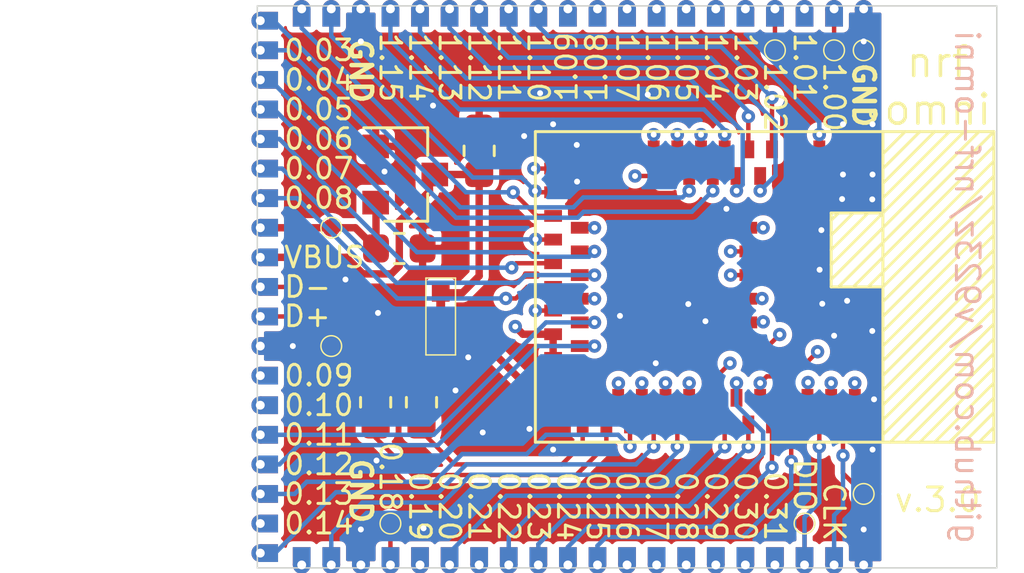
<source format=kicad_pcb>
(kicad_pcb (version 20171130) (host pcbnew 5.1.6-c6e7f7d~86~ubuntu19.10.1)
  (title_block (title "nrf omni") (date 2020-06-06) (rev 3.0) (company "Zoltán Vörös") (comment 1 "The MIT licence"))
  (layers (0 F.Cu signal) (1 In1.Cu signal) (2 In2.Cu signal) (31 B.Cu signal) (34 B.Paste user) (35 F.Paste user) (36 B.SilkS user) (37 F.SilkS user) (38 B.Mask user) (39 F.Mask user) (44 Edge.Cuts user))
  (net 0 "")
  (net 1 GND)
  (net 2 "Net-(R101-Pad1)")
  (net 3 "Net-(R102-Pad2)")
  (net 4 "Net-(U101-Pad31)")
  (net 5 "Net-(TP101-Pad1)")
  (net 6 "Net-(TP102-Pad1)")
  (net 7 "Net-(TP103-Pad1)")
  (net 8 "Net-(TP104-Pad1)")
  (net 9 "Net-(TP105-Pad1)")
  (net 10 "Net-(TP106-Pad1)")
  (net 11 "Net-(TP107-Pad1)")
  (net 12 "Net-(TP108-Pad1)")
  (net 13 "Net-(TP109-Pad1)")
  (net 14 "Net-(TP110-Pad1)")
  (net 15 "Net-(TP111-Pad1)")
  (net 16 "Net-(TP112-Pad1)")
  (net 17 "Net-(TP113-Pad1)")
  (net 18 "Net-(TP114-Pad1)")
  (net 19 "Net-(TP115-Pad1)")
  (net 20 "Net-(TP116-Pad1)")
  (net 21 "Net-(TP117-Pad1)")
  (net 22 "Net-(TP118-Pad1)")
  (net 23 "Net-(TP119-Pad1)")
  (net 24 "Net-(TP120-Pad1)")
  (net 25 "Net-(TP121-Pad1)")
  (net 26 "Net-(TP122-Pad1)")
  (net 27 "Net-(TP123-Pad1)")
  (net 28 "Net-(TP124-Pad1)")
  (net 29 "Net-(TP125-Pad1)")
  (net 30 "Net-(TP126-Pad1)")
  (net 31 "Net-(TP127-Pad1)")
  (net 32 "Net-(TP128-Pad1)")
  (net 33 "Net-(TP129-Pad1)")
  (net 34 "Net-(TP130-Pad1)")
  (net 35 "Net-(TP131-Pad1)")
  (net 36 "Net-(TP132-Pad1)")
  (net 37 "Net-(TP133-Pad1)")
  (net 38 "Net-(TP134-Pad1)")
  (net 39 "Net-(TP135-Pad1)")
  (net 40 "Net-(TP136-Pad1)")
  (net 41 "Net-(TP137-Pad1)")
  (net 42 "Net-(TP138-Pad1)")
  (net 43 "Net-(TP139-Pad1)")
  (net 44 "Net-(TP140-Pad1)")
  (net 45 "Net-(TP141-Pad1)")
  (net 46 "Net-(TP142-Pad1)")
  (net 47 "Net-(TP143-Pad1)")
  (net 48 "Net-(TP144-Pad1)")
  (net 49 "Net-(TP145-Pad1)")
  (net 50 "Net-(TP146-Pad1)")
  (net 51 "Net-(TP147-Pad1)")
  (net 52 "Net-(TP148-Pad1)")
  (net 53 "Net-(J101-Pad3)")
  (net 54 "Net-(J101-Pad2)")
  (net 55 "Net-(TP156-Pad1)")
  (net 56 "Net-(C101-Pad2)")
  (net 57 +3V3)
  (net 58 "Net-(TP159-Pad1)")
  (net 59 "Net-(JP101-Pad2)")
  (module omni:cast-0.6 (layer F.Cu) (at 101.5 116.4 270)
    (fp_text reference TP146 hide)
    (fp_text value 0.16 hide)
    (pad 1 thru_hole circle (at 0 0 270) (size 0.6 0.6) (drill 0.3) (layers *.Cu) (net 50 "Net-(TP146-Pad1)"))
    (pad 1 smd rect (at -0.3 0 270) (size 0.6 0.6) (layers F.Cu F.Mask) (net 50 "Net-(TP146-Pad1)"))
    (pad 1 smd rect (at -0.3 0 270) (size 0.6 0.6) (layers B.Cu B.Mask) (net 50 "Net-(TP146-Pad1)"))
  )
  (module omni:cast-0.6-1.0 (layer F.Cu) (at 120.5 116.4 270)
    (fp_text reference TP152 hide)
    (fp_text value GND hide)
    (pad 1 smd rect (at -0.3 0 270) (size 0.6 0.6) (layers B.Cu B.Mask) (net 1 GND))
    (pad 1 smd rect (at -0.5 0 270) (size 1 0.6) (layers F.Cu F.Mask) (net 1 GND))
    (pad 1 thru_hole circle (at 0 0 270) (size 0.6 0.6) (drill 0.3) (layers *.Cu) (net 1 GND))
  )
  (module omni:cast-0.6 (layer F.Cu) (at 119.5 116.4 270)
    (fp_text reference TP132 hide)
    (fp_text value CLK (at -0.75 0 270 unlocked) (layer F.SilkS) (effects (font (size 0.7 0.7) (thickness 0.1)) (justify right)))
    (pad 1 thru_hole circle (at 0 0 270) (size 0.6 0.6) (drill 0.3) (layers *.Cu) (net 36 "Net-(TP132-Pad1)"))
    (pad 1 smd rect (at -0.3 0 270) (size 0.6 0.6) (layers F.Cu F.Mask) (net 36 "Net-(TP132-Pad1)"))
    (pad 1 smd rect (at -0.3 0 270) (size 0.6 0.6) (layers B.Cu B.Mask) (net 36 "Net-(TP132-Pad1)"))
  )
  (module omni:cast-0.6 (layer F.Cu) (at 118.5 116.4 270)
    (fp_text reference TP134 hide)
    (fp_text value DIO (at -1.75 0 270 unlocked) (layer F.SilkS) (effects (font (size 0.7 0.7) (thickness 0.1)) (justify right)))
    (pad 1 thru_hole circle (at 0 0 270) (size 0.6 0.6) (drill 0.3) (layers *.Cu) (net 38 "Net-(TP134-Pad1)"))
    (pad 1 smd rect (at -0.3 0 270) (size 0.6 0.6) (layers F.Cu F.Mask) (net 38 "Net-(TP134-Pad1)"))
    (pad 1 smd rect (at -0.3 0 270) (size 0.6 0.6) (layers B.Cu B.Mask) (net 38 "Net-(TP134-Pad1)"))
  )
  (module omni:cast-0.6 (layer F.Cu) (at 117.5 116.4 270)
    (fp_text reference TP110 hide)
    (fp_text value 0.31 (at -0.75 0 270 unlocked) (layer F.SilkS) (effects (font (size 0.7 0.7) (thickness 0.1)) (justify right)))
    (pad 1 thru_hole circle (at 0 0 270) (size 0.6 0.6) (drill 0.3) (layers *.Cu) (net 14 "Net-(TP110-Pad1)"))
    (pad 1 smd rect (at -0.3 0 270) (size 0.6 0.6) (layers F.Cu F.Mask) (net 14 "Net-(TP110-Pad1)"))
    (pad 1 smd rect (at -0.3 0 270) (size 0.6 0.6) (layers B.Cu B.Mask) (net 14 "Net-(TP110-Pad1)"))
  )
  (module omni:cast-0.6 (layer F.Cu) (at 116.5 116.4 270)
    (fp_text reference TP112 hide)
    (fp_text value 0.30 (at -0.75 0 270 unlocked) (layer F.SilkS) (effects (font (size 0.7 0.7) (thickness 0.1)) (justify right)))
    (pad 1 thru_hole circle (at 0 0 270) (size 0.6 0.6) (drill 0.3) (layers *.Cu) (net 16 "Net-(TP112-Pad1)"))
    (pad 1 smd rect (at -0.3 0 270) (size 0.6 0.6) (layers F.Cu F.Mask) (net 16 "Net-(TP112-Pad1)"))
    (pad 1 smd rect (at -0.3 0 270) (size 0.6 0.6) (layers B.Cu B.Mask) (net 16 "Net-(TP112-Pad1)"))
  )
  (module omni:cast-0.6 (layer F.Cu) (at 115.5 116.4 270)
    (fp_text reference TP108 hide)
    (fp_text value 0.29 (at -0.75 0 270 unlocked) (layer F.SilkS) (effects (font (size 0.7 0.7) (thickness 0.1)) (justify right)))
    (pad 1 thru_hole circle (at 0 0 270) (size 0.6 0.6) (drill 0.3) (layers *.Cu) (net 12 "Net-(TP108-Pad1)"))
    (pad 1 smd rect (at -0.3 0 270) (size 0.6 0.6) (layers F.Cu F.Mask) (net 12 "Net-(TP108-Pad1)"))
    (pad 1 smd rect (at -0.3 0 270) (size 0.6 0.6) (layers B.Cu B.Mask) (net 12 "Net-(TP108-Pad1)"))
  )
  (module omni:cast-0.6 (layer F.Cu) (at 114.5 116.4 270)
    (fp_text reference TP111 hide)
    (fp_text value 0.28 (at -0.75 0 270 unlocked) (layer F.SilkS) (effects (font (size 0.7 0.7) (thickness 0.1)) (justify right)))
    (pad 1 thru_hole circle (at 0 0 270) (size 0.6 0.6) (drill 0.3) (layers *.Cu) (net 15 "Net-(TP111-Pad1)"))
    (pad 1 smd rect (at -0.3 0 270) (size 0.6 0.6) (layers F.Cu F.Mask) (net 15 "Net-(TP111-Pad1)"))
    (pad 1 smd rect (at -0.3 0 270) (size 0.6 0.6) (layers B.Cu B.Mask) (net 15 "Net-(TP111-Pad1)"))
  )
  (module omni:cast-0.6 (layer F.Cu) (at 113.5 116.4 270)
    (fp_text reference TP113 hide)
    (fp_text value 0.27 (at -0.75 0 270 unlocked) (layer F.SilkS) (effects (font (size 0.7 0.7) (thickness 0.1)) (justify right)))
    (pad 1 thru_hole circle (at 0 0 270) (size 0.6 0.6) (drill 0.3) (layers *.Cu) (net 17 "Net-(TP113-Pad1)"))
    (pad 1 smd rect (at -0.3 0 270) (size 0.6 0.6) (layers F.Cu F.Mask) (net 17 "Net-(TP113-Pad1)"))
    (pad 1 smd rect (at -0.3 0 270) (size 0.6 0.6) (layers B.Cu B.Mask) (net 17 "Net-(TP113-Pad1)"))
  )
  (module omni:cast-0.6 (layer F.Cu) (at 112.5 116.4 270)
    (fp_text reference TP116 hide)
    (fp_text value 0.26 (at -0.75 0 270 unlocked) (layer F.SilkS) (effects (font (size 0.7 0.7) (thickness 0.1)) (justify right)))
    (pad 1 thru_hole circle (at 0 0 270) (size 0.6 0.6) (drill 0.3) (layers *.Cu) (net 20 "Net-(TP116-Pad1)"))
    (pad 1 smd rect (at -0.3 0 270) (size 0.6 0.6) (layers F.Cu F.Mask) (net 20 "Net-(TP116-Pad1)"))
    (pad 1 smd rect (at -0.3 0 270) (size 0.6 0.6) (layers B.Cu B.Mask) (net 20 "Net-(TP116-Pad1)"))
  )
  (module omni:cast-0.6 (layer F.Cu) (at 111.5 116.4 270)
    (fp_text reference TP136 hide)
    (fp_text value 0.25 (at -0.75 0 270 unlocked) (layer F.SilkS) (effects (font (size 0.7 0.7) (thickness 0.1)) (justify right)))
    (pad 1 thru_hole circle (at 0 0 270) (size 0.6 0.6) (drill 0.3) (layers *.Cu) (net 40 "Net-(TP136-Pad1)"))
    (pad 1 smd rect (at -0.3 0 270) (size 0.6 0.6) (layers F.Cu F.Mask) (net 40 "Net-(TP136-Pad1)"))
    (pad 1 smd rect (at -0.3 0 270) (size 0.6 0.6) (layers B.Cu B.Mask) (net 40 "Net-(TP136-Pad1)"))
  )
  (module omni:cast-0.6 (layer F.Cu) (at 110.5 116.4 270)
    (fp_text reference TP137 hide)
    (fp_text value 0.24 (at -0.75 0 270 unlocked) (layer F.SilkS) (effects (font (size 0.7 0.7) (thickness 0.1)) (justify right)))
    (pad 1 thru_hole circle (at 0 0 270) (size 0.6 0.6) (drill 0.3) (layers *.Cu) (net 41 "Net-(TP137-Pad1)"))
    (pad 1 smd rect (at -0.3 0 270) (size 0.6 0.6) (layers F.Cu F.Mask) (net 41 "Net-(TP137-Pad1)"))
    (pad 1 smd rect (at -0.3 0 270) (size 0.6 0.6) (layers B.Cu B.Mask) (net 41 "Net-(TP137-Pad1)"))
  )
  (module omni:cast-0.6 (layer F.Cu) (at 109.5 116.4 270)
    (fp_text reference TP140 hide)
    (fp_text value 0.23 (at -0.75 0 270 unlocked) (layer F.SilkS) (effects (font (size 0.7 0.7) (thickness 0.1)) (justify right)))
    (pad 1 thru_hole circle (at 0 0 270) (size 0.6 0.6) (drill 0.3) (layers *.Cu) (net 44 "Net-(TP140-Pad1)"))
    (pad 1 smd rect (at -0.3 0 270) (size 0.6 0.6) (layers F.Cu F.Mask) (net 44 "Net-(TP140-Pad1)"))
    (pad 1 smd rect (at -0.3 0 270) (size 0.6 0.6) (layers B.Cu B.Mask) (net 44 "Net-(TP140-Pad1)"))
  )
  (module omni:cast-0.6 (layer F.Cu) (at 108.5 116.4 270)
    (fp_text reference TP139 hide)
    (fp_text value 0.22 (at -0.75 0 270 unlocked) (layer F.SilkS) (effects (font (size 0.7 0.7) (thickness 0.1)) (justify right)))
    (pad 1 thru_hole circle (at 0 0 270) (size 0.6 0.6) (drill 0.3) (layers *.Cu) (net 43 "Net-(TP139-Pad1)"))
    (pad 1 smd rect (at -0.3 0 270) (size 0.6 0.6) (layers F.Cu F.Mask) (net 43 "Net-(TP139-Pad1)"))
    (pad 1 smd rect (at -0.3 0 270) (size 0.6 0.6) (layers B.Cu B.Mask) (net 43 "Net-(TP139-Pad1)"))
  )
  (module omni:cast-0.6 (layer F.Cu) (at 107.5 116.4 270)
    (fp_text reference TP142 hide)
    (fp_text value 0.21 (at -0.75 0 270 unlocked) (layer F.SilkS) (effects (font (size 0.7 0.7) (thickness 0.1)) (justify right)))
    (pad 1 thru_hole circle (at 0 0 270) (size 0.6 0.6) (drill 0.3) (layers *.Cu) (net 46 "Net-(TP142-Pad1)"))
    (pad 1 smd rect (at -0.3 0 270) (size 0.6 0.6) (layers F.Cu F.Mask) (net 46 "Net-(TP142-Pad1)"))
    (pad 1 smd rect (at -0.3 0 270) (size 0.6 0.6) (layers B.Cu B.Mask) (net 46 "Net-(TP142-Pad1)"))
  )
  (module omni:cast-0.6 (layer F.Cu) (at 106.5 116.4 270)
    (fp_text reference TP141 hide)
    (fp_text value 0.20 (at -0.75 0 270 unlocked) (layer F.SilkS) (effects (font (size 0.7 0.7) (thickness 0.1)) (justify right)))
    (pad 1 thru_hole circle (at 0 0 270) (size 0.6 0.6) (drill 0.3) (layers *.Cu) (net 45 "Net-(TP141-Pad1)"))
    (pad 1 smd rect (at -0.3 0 270) (size 0.6 0.6) (layers F.Cu F.Mask) (net 45 "Net-(TP141-Pad1)"))
    (pad 1 smd rect (at -0.3 0 270) (size 0.6 0.6) (layers B.Cu B.Mask) (net 45 "Net-(TP141-Pad1)"))
  )
  (module omni:cast-0.6 (layer F.Cu) (at 105.5 116.4 270)
    (fp_text reference TP143 hide)
    (fp_text value 0.19 (at -0.75 0 270 unlocked) (layer F.SilkS) (effects (font (size 0.7 0.7) (thickness 0.1)) (justify right)))
    (pad 1 thru_hole circle (at 0 0 270) (size 0.6 0.6) (drill 0.3) (layers *.Cu) (net 47 "Net-(TP143-Pad1)"))
    (pad 1 smd rect (at -0.3 0 270) (size 0.6 0.6) (layers F.Cu F.Mask) (net 47 "Net-(TP143-Pad1)"))
    (pad 1 smd rect (at -0.3 0 270) (size 0.6 0.6) (layers B.Cu B.Mask) (net 47 "Net-(TP143-Pad1)"))
  )
  (module omni:cast-0.6 (layer F.Cu) (at 104.5 116.4 270)
    (fp_text reference TP159 hide)
    (fp_text value 0.18 (at -1.75 0 270 unlocked) (layer F.SilkS) (effects (font (size 0.7 0.7) (thickness 0.1)) (justify right)))
    (pad 1 thru_hole circle (at 0 0 270) (size 0.6 0.6) (drill 0.3) (layers *.Cu) (net 58 "Net-(TP159-Pad1)"))
    (pad 1 smd rect (at -0.3 0 270) (size 0.6 0.6) (layers F.Cu F.Mask) (net 58 "Net-(TP159-Pad1)"))
    (pad 1 smd rect (at -0.3 0 270) (size 0.6 0.6) (layers B.Cu B.Mask) (net 58 "Net-(TP159-Pad1)"))
  )
  (module omni:cast-0.6-1.0 (layer F.Cu) (at 103.5 116.4 270)
    (fp_text reference TP151 hide)
    (fp_text value GND (at -2.5 0 270 unlocked) (layer F.SilkS) (effects (font (size 0.7 0.7))))
    (pad 1 smd rect (at -0.3 0 270) (size 0.6 0.6) (layers B.Cu B.Mask) (net 1 GND))
    (pad 1 smd rect (at -0.5 0 270) (size 1 0.6) (layers F.Cu F.Mask) (net 1 GND))
    (pad 1 thru_hole circle (at 0 0 270) (size 0.6 0.6) (drill 0.3) (layers *.Cu) (net 1 GND))
  )
  (module omni:cast-0.6 (layer F.Cu) (at 102.5 116.4 270)
    (fp_text reference TP144 hide)
    (fp_text value 0.17 hide)
    (pad 1 thru_hole circle (at 0 0 270) (size 0.6 0.6) (drill 0.3) (layers *.Cu) (net 48 "Net-(TP144-Pad1)"))
    (pad 1 smd rect (at -0.3 0 270) (size 0.6 0.6) (layers F.Cu F.Mask) (net 48 "Net-(TP144-Pad1)"))
    (pad 1 smd rect (at -0.3 0 270) (size 0.6 0.6) (layers B.Cu B.Mask) (net 48 "Net-(TP144-Pad1)"))
  )
  (module omni:cast-0.6 (layer F.Cu) (at 100.1 116 180)
    (fp_text reference TP145 hide)
    (fp_text value 0.15 hide)
    (pad 1 thru_hole circle (at 0 0 180) (size 0.6 0.6) (drill 0.3) (layers *.Cu) (net 49 "Net-(TP145-Pad1)"))
    (pad 1 smd rect (at -0.3 0 180) (size 0.6 0.6) (layers F.Cu F.Mask) (net 49 "Net-(TP145-Pad1)"))
    (pad 1 smd rect (at -0.3 0 180) (size 0.6 0.6) (layers B.Cu B.Mask) (net 49 "Net-(TP145-Pad1)"))
  )
  (module omni:cast-0.6 (layer F.Cu) (at 100.1 115 180)
    (fp_text reference TP148 hide)
    (fp_text value 0.14 (at -0.75 0) (layer F.SilkS) (effects (font (size 0.7 0.7) (thickness 0.1)) (justify left)))
    (pad 1 thru_hole circle (at 0 0 180) (size 0.6 0.6) (drill 0.3) (layers *.Cu) (net 52 "Net-(TP148-Pad1)"))
    (pad 1 smd rect (at -0.3 0 180) (size 0.6 0.6) (layers F.Cu F.Mask) (net 52 "Net-(TP148-Pad1)"))
    (pad 1 smd rect (at -0.3 0 180) (size 0.6 0.6) (layers B.Cu B.Mask) (net 52 "Net-(TP148-Pad1)"))
  )
  (module omni:cast-0.6 (layer F.Cu) (at 100.1 114 180)
    (fp_text reference TP147 hide)
    (fp_text value 0.13 (at -0.75 0) (layer F.SilkS) (effects (font (size 0.7 0.7) (thickness 0.1)) (justify left)))
    (pad 1 thru_hole circle (at 0 0 180) (size 0.6 0.6) (drill 0.3) (layers *.Cu) (net 51 "Net-(TP147-Pad1)"))
    (pad 1 smd rect (at -0.3 0 180) (size 0.6 0.6) (layers F.Cu F.Mask) (net 51 "Net-(TP147-Pad1)"))
    (pad 1 smd rect (at -0.3 0 180) (size 0.6 0.6) (layers B.Cu B.Mask) (net 51 "Net-(TP147-Pad1)"))
  )
  (module omni:cast-0.6 (layer F.Cu) (at 100.1 113 180)
    (fp_text reference TP156 hide)
    (fp_text value 0.12 (at -0.75 0) (layer F.SilkS) (effects (font (size 0.7 0.7) (thickness 0.1)) (justify left)))
    (pad 1 thru_hole circle (at 0 0 180) (size 0.6 0.6) (drill 0.3) (layers *.Cu) (net 55 "Net-(TP156-Pad1)"))
    (pad 1 smd rect (at -0.3 0 180) (size 0.6 0.6) (layers F.Cu F.Mask) (net 55 "Net-(TP156-Pad1)"))
    (pad 1 smd rect (at -0.3 0 180) (size 0.6 0.6) (layers B.Cu B.Mask) (net 55 "Net-(TP156-Pad1)"))
  )
  (module omni:cast-0.6 (layer F.Cu) (at 100.1 112 180)
    (fp_text reference TP124 hide)
    (fp_text value 0.11 (at -0.75 0) (layer F.SilkS) (effects (font (size 0.7 0.7) (thickness 0.1)) (justify left)))
    (pad 1 thru_hole circle (at 0 0 180) (size 0.6 0.6) (drill 0.3) (layers *.Cu) (net 28 "Net-(TP124-Pad1)"))
    (pad 1 smd rect (at -0.3 0 180) (size 0.6 0.6) (layers F.Cu F.Mask) (net 28 "Net-(TP124-Pad1)"))
    (pad 1 smd rect (at -0.3 0 180) (size 0.6 0.6) (layers B.Cu B.Mask) (net 28 "Net-(TP124-Pad1)"))
  )
  (module omni:cast-0.6 (layer F.Cu) (at 100.1 111 180)
    (fp_text reference TP131 hide)
    (fp_text value 0.10 (at -0.75 0) (layer F.SilkS) (effects (font (size 0.7 0.7) (thickness 0.1)) (justify left)))
    (pad 1 thru_hole circle (at 0 0 180) (size 0.6 0.6) (drill 0.3) (layers *.Cu) (net 35 "Net-(TP131-Pad1)"))
    (pad 1 smd rect (at -0.3 0 180) (size 0.6 0.6) (layers F.Cu F.Mask) (net 35 "Net-(TP131-Pad1)"))
    (pad 1 smd rect (at -0.3 0 180) (size 0.6 0.6) (layers B.Cu B.Mask) (net 35 "Net-(TP131-Pad1)"))
  )
  (module omni:cast-0.6 (layer F.Cu) (at 100.1 110 180)
    (fp_text reference TP133 hide)
    (fp_text value 0.09 (at -0.75 0) (layer F.SilkS) (effects (font (size 0.7 0.7) (thickness 0.1)) (justify left)))
    (pad 1 thru_hole circle (at 0 0 180) (size 0.6 0.6) (drill 0.3) (layers *.Cu) (net 37 "Net-(TP133-Pad1)"))
    (pad 1 smd rect (at -0.3 0 180) (size 0.6 0.6) (layers F.Cu F.Mask) (net 37 "Net-(TP133-Pad1)"))
    (pad 1 smd rect (at -0.3 0 180) (size 0.6 0.6) (layers B.Cu B.Mask) (net 37 "Net-(TP133-Pad1)"))
  )
  (module omni:cast-0.6-1.0 (layer F.Cu) (at 100.1 109 180)
    (fp_text reference TP157 hide)
    (fp_text value GND hide)
    (pad 1 smd rect (at -0.3 0 180) (size 0.6 0.6) (layers B.Cu B.Mask) (net 1 GND))
    (pad 1 smd rect (at -0.5 0 180) (size 1 0.6) (layers F.Cu F.Mask) (net 1 GND))
    (pad 1 thru_hole circle (at 0 0 180) (size 0.6 0.6) (drill 0.3) (layers *.Cu) (net 1 GND))
  )
  (module omni:cast-0.6 (layer F.Cu) (at 100.1 108 180)
    (fp_text reference TP153 hide)
    (fp_text value D+ (at -1.59 0.01) (layer F.SilkS) (effects (font (size 0.7 0.7) (thickness 0.1))))
    (pad 1 thru_hole circle (at 0 0 180) (size 0.6 0.6) (drill 0.3) (layers *.Cu) (net 53 "Net-(J101-Pad3)"))
    (pad 1 smd rect (at -0.3 0 180) (size 0.6 0.6) (layers F.Cu F.Mask) (net 53 "Net-(J101-Pad3)"))
    (pad 1 smd rect (at -0.3 0 180) (size 0.6 0.6) (layers B.Cu B.Mask) (net 53 "Net-(J101-Pad3)"))
  )
  (module omni:cast-0.6 (layer F.Cu) (at 100.1 107 180)
    (fp_text reference TP154 hide)
    (fp_text value D- (at -0.75 0) (layer F.SilkS) (effects (font (size 0.7 0.7) (thickness 0.1)) (justify left)))
    (pad 1 thru_hole circle (at 0 0 180) (size 0.6 0.6) (drill 0.3) (layers *.Cu) (net 54 "Net-(J101-Pad2)"))
    (pad 1 smd rect (at -0.3 0 180) (size 0.6 0.6) (layers F.Cu F.Mask) (net 54 "Net-(J101-Pad2)"))
    (pad 1 smd rect (at -0.3 0 180) (size 0.6 0.6) (layers B.Cu B.Mask) (net 54 "Net-(J101-Pad2)"))
  )
  (module omni:cast-0.6 (layer F.Cu) (at 100.1 106 180)
    (fp_text reference TP155 hide)
    (fp_text value VBUS (at -0.75 0) (layer F.SilkS) (effects (font (size 0.7 0.7) (thickness 0.1)) (justify left)))
    (pad 1 thru_hole circle (at 0 0 180) (size 0.6 0.6) (drill 0.3) (layers *.Cu) (net 56 "Net-(C101-Pad2)"))
    (pad 1 smd rect (at -0.3 0 180) (size 0.6 0.6) (layers F.Cu F.Mask) (net 56 "Net-(C101-Pad2)"))
    (pad 1 smd rect (at -0.3 0 180) (size 0.6 0.6) (layers B.Cu B.Mask) (net 56 "Net-(C101-Pad2)"))
  )
  (module omni:cast-0.6 (layer F.Cu) (at 100.1 105 180)
    (fp_text reference TP158 hide)
    (fp_text value 3V3 hide)
    (pad 1 thru_hole circle (at 0 0 180) (size 0.6 0.6) (drill 0.3) (layers *.Cu) (net 57 +3V3))
    (pad 1 smd rect (at -0.3 0 180) (size 0.6 0.6) (layers F.Cu F.Mask) (net 57 +3V3))
    (pad 1 smd rect (at -0.3 0 180) (size 0.6 0.6) (layers B.Cu B.Mask) (net 57 +3V3))
  )
  (module omni:cast-0.6 (layer F.Cu) (at 100.1 104 180)
    (fp_text reference TP121 hide)
    (fp_text value 0.08 (at -0.75 0) (layer F.SilkS) (effects (font (size 0.7 0.7) (thickness 0.1)) (justify left)))
    (pad 1 thru_hole circle (at 0 0 180) (size 0.6 0.6) (drill 0.3) (layers *.Cu) (net 25 "Net-(TP121-Pad1)"))
    (pad 1 smd rect (at -0.3 0 180) (size 0.6 0.6) (layers F.Cu F.Mask) (net 25 "Net-(TP121-Pad1)"))
    (pad 1 smd rect (at -0.3 0 180) (size 0.6 0.6) (layers B.Cu B.Mask) (net 25 "Net-(TP121-Pad1)"))
  )
  (module omni:cast-0.6 (layer F.Cu) (at 100.1 103 180)
    (fp_text reference TP120 hide)
    (fp_text value 0.07 (at -0.75 0) (layer F.SilkS) (effects (font (size 0.7 0.7) (thickness 0.1)) (justify left)))
    (pad 1 thru_hole circle (at 0 0 180) (size 0.6 0.6) (drill 0.3) (layers *.Cu) (net 24 "Net-(TP120-Pad1)"))
    (pad 1 smd rect (at -0.3 0 180) (size 0.6 0.6) (layers F.Cu F.Mask) (net 24 "Net-(TP120-Pad1)"))
    (pad 1 smd rect (at -0.3 0 180) (size 0.6 0.6) (layers B.Cu B.Mask) (net 24 "Net-(TP120-Pad1)"))
  )
  (module omni:cast-0.6 (layer F.Cu) (at 100.1 102 180)
    (fp_text reference TP119 hide)
    (fp_text value 0.06 (at -0.75 0) (layer F.SilkS) (effects (font (size 0.7 0.7) (thickness 0.1)) (justify left)))
    (pad 1 thru_hole circle (at 0 0 180) (size 0.6 0.6) (drill 0.3) (layers *.Cu) (net 23 "Net-(TP119-Pad1)"))
    (pad 1 smd rect (at -0.3 0 180) (size 0.6 0.6) (layers F.Cu F.Mask) (net 23 "Net-(TP119-Pad1)"))
    (pad 1 smd rect (at -0.3 0 180) (size 0.6 0.6) (layers B.Cu B.Mask) (net 23 "Net-(TP119-Pad1)"))
  )
  (module omni:cast-0.6 (layer F.Cu) (at 100.1 101 180)
    (fp_text reference TP118 hide)
    (fp_text value 0.05 (at -0.75 0) (layer F.SilkS) (effects (font (size 0.7 0.7) (thickness 0.1)) (justify left)))
    (pad 1 thru_hole circle (at 0 0 180) (size 0.6 0.6) (drill 0.3) (layers *.Cu) (net 22 "Net-(TP118-Pad1)"))
    (pad 1 smd rect (at -0.3 0 180) (size 0.6 0.6) (layers F.Cu F.Mask) (net 22 "Net-(TP118-Pad1)"))
    (pad 1 smd rect (at -0.3 0 180) (size 0.6 0.6) (layers B.Cu B.Mask) (net 22 "Net-(TP118-Pad1)"))
  )
  (module omni:cast-0.6 (layer F.Cu) (at 100.1 100 180)
    (fp_text reference TP117 hide)
    (fp_text value 0.04 (at -0.75 0) (layer F.SilkS) (effects (font (size 0.7 0.7) (thickness 0.1)) (justify left)))
    (pad 1 thru_hole circle (at 0 0 180) (size 0.6 0.6) (drill 0.3) (layers *.Cu) (net 21 "Net-(TP117-Pad1)"))
    (pad 1 smd rect (at -0.3 0 180) (size 0.6 0.6) (layers F.Cu F.Mask) (net 21 "Net-(TP117-Pad1)"))
    (pad 1 smd rect (at -0.3 0 180) (size 0.6 0.6) (layers B.Cu B.Mask) (net 21 "Net-(TP117-Pad1)"))
  )
  (module omni:cast-0.6 (layer F.Cu) (at 100.1 99 180)
    (fp_text reference TP107 hide)
    (fp_text value 0.03 (at -0.75 0) (layer F.SilkS) (effects (font (size 0.7 0.7) (thickness 0.1)) (justify left)))
    (pad 1 thru_hole circle (at 0 0 180) (size 0.6 0.6) (drill 0.3) (layers *.Cu) (net 11 "Net-(TP107-Pad1)"))
    (pad 1 smd rect (at -0.3 0 180) (size 0.6 0.6) (layers F.Cu F.Mask) (net 11 "Net-(TP107-Pad1)"))
    (pad 1 smd rect (at -0.3 0 180) (size 0.6 0.6) (layers B.Cu B.Mask) (net 11 "Net-(TP107-Pad1)"))
  )
  (module omni:cast-0.6 (layer F.Cu) (at 100.1 98 180)
    (fp_text reference TP109 hide)
    (fp_text value 0.02 hide)
    (pad 1 thru_hole circle (at 0 0 180) (size 0.6 0.6) (drill 0.3) (layers *.Cu) (net 13 "Net-(TP109-Pad1)"))
    (pad 1 smd rect (at -0.3 0 180) (size 0.6 0.6) (layers F.Cu F.Mask) (net 13 "Net-(TP109-Pad1)"))
    (pad 1 smd rect (at -0.3 0 180) (size 0.6 0.6) (layers B.Cu B.Mask) (net 13 "Net-(TP109-Pad1)"))
  )
  (module omni:cast-0.6 (layer F.Cu) (at 101.5 97.6 90)
    (fp_text reference TP115 hide)
    (fp_text value 0.01 hide)
    (pad 1 thru_hole circle (at 0 0 90) (size 0.6 0.6) (drill 0.3) (layers *.Cu) (net 19 "Net-(TP115-Pad1)"))
    (pad 1 smd rect (at -0.3 0 90) (size 0.6 0.6) (layers F.Cu F.Mask) (net 19 "Net-(TP115-Pad1)"))
    (pad 1 smd rect (at -0.3 0 90) (size 0.6 0.6) (layers B.Cu B.Mask) (net 19 "Net-(TP115-Pad1)"))
  )
  (module omni:cast-0.6 (layer F.Cu) (at 102.5 97.6 90)
    (fp_text reference TP114 hide)
    (fp_text value 0.00 hide)
    (pad 1 thru_hole circle (at 0 0 90) (size 0.6 0.6) (drill 0.3) (layers *.Cu) (net 18 "Net-(TP114-Pad1)"))
    (pad 1 smd rect (at -0.3 0 90) (size 0.6 0.6) (layers F.Cu F.Mask) (net 18 "Net-(TP114-Pad1)"))
    (pad 1 smd rect (at -0.3 0 90) (size 0.6 0.6) (layers B.Cu B.Mask) (net 18 "Net-(TP114-Pad1)"))
  )
  (module omni:cast-0.6-1.0 (layer F.Cu) (at 103.5 97.6 90)
    (fp_text reference TP150 hide)
    (fp_text value GND (at -2.1 0 270 unlocked) (layer F.SilkS) (effects (font (size 0.7 0.7))))
    (pad 1 smd rect (at -0.3 0 90) (size 0.6 0.6) (layers B.Cu B.Mask) (net 1 GND))
    (pad 1 smd rect (at -0.5 0 90) (size 1 0.6) (layers F.Cu F.Mask) (net 1 GND))
    (pad 1 thru_hole circle (at 0 0 90) (size 0.6 0.6) (drill 0.3) (layers *.Cu) (net 1 GND))
  )
  (module omni:cast-0.6 (layer F.Cu) (at 104.5 97.6 90)
    (fp_text reference TP106 hide)
    (fp_text value 1.15 (at -0.75 0 270 unlocked) (layer F.SilkS) (effects (font (size 0.7 0.7) (thickness 0.1)) (justify left)))
    (pad 1 thru_hole circle (at 0 0 90) (size 0.6 0.6) (drill 0.3) (layers *.Cu) (net 10 "Net-(TP106-Pad1)"))
    (pad 1 smd rect (at -0.3 0 90) (size 0.6 0.6) (layers F.Cu F.Mask) (net 10 "Net-(TP106-Pad1)"))
    (pad 1 smd rect (at -0.3 0 90) (size 0.6 0.6) (layers B.Cu B.Mask) (net 10 "Net-(TP106-Pad1)"))
  )
  (module omni:cast-0.6 (layer F.Cu) (at 105.5 97.6 90)
    (fp_text reference TP105 hide)
    (fp_text value 1.14 (at -0.75 0 270 unlocked) (layer F.SilkS) (effects (font (size 0.7 0.7) (thickness 0.1)) (justify left)))
    (pad 1 thru_hole circle (at 0 0 90) (size 0.6 0.6) (drill 0.3) (layers *.Cu) (net 9 "Net-(TP105-Pad1)"))
    (pad 1 smd rect (at -0.3 0 90) (size 0.6 0.6) (layers F.Cu F.Mask) (net 9 "Net-(TP105-Pad1)"))
    (pad 1 smd rect (at -0.3 0 90) (size 0.6 0.6) (layers B.Cu B.Mask) (net 9 "Net-(TP105-Pad1)"))
  )
  (module omni:cast-0.6 (layer F.Cu) (at 106.5 97.6 90)
    (fp_text reference TP104 hide)
    (fp_text value 1.13 (at -0.75 0 270 unlocked) (layer F.SilkS) (effects (font (size 0.7 0.7) (thickness 0.1)) (justify left)))
    (pad 1 thru_hole circle (at 0 0 90) (size 0.6 0.6) (drill 0.3) (layers *.Cu) (net 8 "Net-(TP104-Pad1)"))
    (pad 1 smd rect (at -0.3 0 90) (size 0.6 0.6) (layers F.Cu F.Mask) (net 8 "Net-(TP104-Pad1)"))
    (pad 1 smd rect (at -0.3 0 90) (size 0.6 0.6) (layers B.Cu B.Mask) (net 8 "Net-(TP104-Pad1)"))
  )
  (module omni:cast-0.6 (layer F.Cu) (at 107.5 97.6 90)
    (fp_text reference TP103 hide)
    (fp_text value 1.12 (at -0.75 0 270 unlocked) (layer F.SilkS) (effects (font (size 0.7 0.7) (thickness 0.1)) (justify left)))
    (pad 1 thru_hole circle (at 0 0 90) (size 0.6 0.6) (drill 0.3) (layers *.Cu) (net 7 "Net-(TP103-Pad1)"))
    (pad 1 smd rect (at -0.3 0 90) (size 0.6 0.6) (layers F.Cu F.Mask) (net 7 "Net-(TP103-Pad1)"))
    (pad 1 smd rect (at -0.3 0 90) (size 0.6 0.6) (layers B.Cu B.Mask) (net 7 "Net-(TP103-Pad1)"))
  )
  (module omni:cast-0.6 (layer F.Cu) (at 108.5 97.6 90)
    (fp_text reference TP102 hide)
    (fp_text value 1.11 (at -0.75 0 270 unlocked) (layer F.SilkS) (effects (font (size 0.7 0.7) (thickness 0.1)) (justify left)))
    (pad 1 thru_hole circle (at 0 0 90) (size 0.6 0.6) (drill 0.3) (layers *.Cu) (net 6 "Net-(TP102-Pad1)"))
    (pad 1 smd rect (at -0.3 0 90) (size 0.6 0.6) (layers F.Cu F.Mask) (net 6 "Net-(TP102-Pad1)"))
    (pad 1 smd rect (at -0.3 0 90) (size 0.6 0.6) (layers B.Cu B.Mask) (net 6 "Net-(TP102-Pad1)"))
  )
  (module omni:cast-0.6 (layer F.Cu) (at 109.5 97.6 90)
    (fp_text reference TP101 hide)
    (fp_text value 1.10 (at -0.75 0 270 unlocked) (layer F.SilkS) (effects (font (size 0.7 0.7) (thickness 0.1)) (justify left)))
    (pad 1 thru_hole circle (at 0 0 90) (size 0.6 0.6) (drill 0.3) (layers *.Cu) (net 5 "Net-(TP101-Pad1)"))
    (pad 1 smd rect (at -0.3 0 90) (size 0.6 0.6) (layers F.Cu F.Mask) (net 5 "Net-(TP101-Pad1)"))
    (pad 1 smd rect (at -0.3 0 90) (size 0.6 0.6) (layers B.Cu B.Mask) (net 5 "Net-(TP101-Pad1)"))
  )
  (module omni:cast-0.6 (layer F.Cu) (at 110.5 97.6 90)
    (fp_text reference TP123 hide)
    (fp_text value 1.09 (at -1.96 -0.04 -90) (layer F.SilkS) (effects (font (size 0.7 0.7) (thickness 0.1))))
    (pad 1 thru_hole circle (at 0 0 90) (size 0.6 0.6) (drill 0.3) (layers *.Cu) (net 27 "Net-(TP123-Pad1)"))
    (pad 1 smd rect (at -0.3 0 90) (size 0.6 0.6) (layers F.Cu F.Mask) (net 27 "Net-(TP123-Pad1)"))
    (pad 1 smd rect (at -0.3 0 90) (size 0.6 0.6) (layers B.Cu B.Mask) (net 27 "Net-(TP123-Pad1)"))
  )
  (module omni:cast-0.6 (layer F.Cu) (at 111.5 97.6 90)
    (fp_text reference TP122 hide)
    (fp_text value 1.08 (at -1.97 -0.03 -90) (layer F.SilkS) (effects (font (size 0.7 0.7) (thickness 0.1))))
    (pad 1 thru_hole circle (at 0 0 90) (size 0.6 0.6) (drill 0.3) (layers *.Cu) (net 26 "Net-(TP122-Pad1)"))
    (pad 1 smd rect (at -0.3 0 90) (size 0.6 0.6) (layers F.Cu F.Mask) (net 26 "Net-(TP122-Pad1)"))
    (pad 1 smd rect (at -0.3 0 90) (size 0.6 0.6) (layers B.Cu B.Mask) (net 26 "Net-(TP122-Pad1)"))
  )
  (module omni:cast-0.6 (layer F.Cu) (at 112.5 97.6 90)
    (fp_text reference TP128 hide)
    (fp_text value 1.07 (at -0.75 0 270 unlocked) (layer F.SilkS) (effects (font (size 0.7 0.7) (thickness 0.1)) (justify left)))
    (pad 1 thru_hole circle (at 0 0 90) (size 0.6 0.6) (drill 0.3) (layers *.Cu) (net 32 "Net-(TP128-Pad1)"))
    (pad 1 smd rect (at -0.3 0 90) (size 0.6 0.6) (layers F.Cu F.Mask) (net 32 "Net-(TP128-Pad1)"))
    (pad 1 smd rect (at -0.3 0 90) (size 0.6 0.6) (layers B.Cu B.Mask) (net 32 "Net-(TP128-Pad1)"))
  )
  (module omni:cast-0.6 (layer F.Cu) (at 113.5 97.6 90)
    (fp_text reference TP129 hide)
    (fp_text value 1.06 (at -0.75 0 270 unlocked) (layer F.SilkS) (effects (font (size 0.7 0.7) (thickness 0.1)) (justify left)))
    (pad 1 thru_hole circle (at 0 0 90) (size 0.6 0.6) (drill 0.3) (layers *.Cu) (net 33 "Net-(TP129-Pad1)"))
    (pad 1 smd rect (at -0.3 0 90) (size 0.6 0.6) (layers F.Cu F.Mask) (net 33 "Net-(TP129-Pad1)"))
    (pad 1 smd rect (at -0.3 0 90) (size 0.6 0.6) (layers B.Cu B.Mask) (net 33 "Net-(TP129-Pad1)"))
  )
  (module omni:cast-0.6 (layer F.Cu) (at 114.5 97.6 90)
    (fp_text reference TP127 hide)
    (fp_text value 1.05 (at -0.75 0 270 unlocked) (layer F.SilkS) (effects (font (size 0.7 0.7) (thickness 0.1)) (justify left)))
    (pad 1 thru_hole circle (at 0 0 90) (size 0.6 0.6) (drill 0.3) (layers *.Cu) (net 31 "Net-(TP127-Pad1)"))
    (pad 1 smd rect (at -0.3 0 90) (size 0.6 0.6) (layers F.Cu F.Mask) (net 31 "Net-(TP127-Pad1)"))
    (pad 1 smd rect (at -0.3 0 90) (size 0.6 0.6) (layers B.Cu B.Mask) (net 31 "Net-(TP127-Pad1)"))
  )
  (module omni:cast-0.6 (layer F.Cu) (at 115.5 97.6 90)
    (fp_text reference TP130 hide)
    (fp_text value 1.04 (at -0.75 0 270 unlocked) (layer F.SilkS) (effects (font (size 0.7 0.7) (thickness 0.1)) (justify left)))
    (pad 1 thru_hole circle (at 0 0 90) (size 0.6 0.6) (drill 0.3) (layers *.Cu) (net 34 "Net-(TP130-Pad1)"))
    (pad 1 smd rect (at -0.3 0 90) (size 0.6 0.6) (layers F.Cu F.Mask) (net 34 "Net-(TP130-Pad1)"))
    (pad 1 smd rect (at -0.3 0 90) (size 0.6 0.6) (layers B.Cu B.Mask) (net 34 "Net-(TP130-Pad1)"))
  )
  (module omni:cast-0.6 (layer F.Cu) (at 116.5 97.6 90)
    (fp_text reference TP126 hide)
    (fp_text value 1.03 (at -0.75 0 270 unlocked) (layer F.SilkS) (effects (font (size 0.7 0.7) (thickness 0.1)) (justify left)))
    (pad 1 thru_hole circle (at 0 0 90) (size 0.6 0.6) (drill 0.3) (layers *.Cu) (net 30 "Net-(TP126-Pad1)"))
    (pad 1 smd rect (at -0.3 0 90) (size 0.6 0.6) (layers F.Cu F.Mask) (net 30 "Net-(TP126-Pad1)"))
    (pad 1 smd rect (at -0.3 0 90) (size 0.6 0.6) (layers B.Cu B.Mask) (net 30 "Net-(TP126-Pad1)"))
  )
  (module omni:cast-0.6 (layer F.Cu) (at 117.5 97.6 90)
    (fp_text reference TP135 hide)
    (fp_text value 1.02 (at -1.75 0 270 unlocked) (layer F.SilkS) (effects (font (size 0.7 0.7) (thickness 0.1)) (justify left)))
    (pad 1 thru_hole circle (at 0 0 90) (size 0.6 0.6) (drill 0.3) (layers *.Cu) (net 39 "Net-(TP135-Pad1)"))
    (pad 1 smd rect (at -0.3 0 90) (size 0.6 0.6) (layers F.Cu F.Mask) (net 39 "Net-(TP135-Pad1)"))
    (pad 1 smd rect (at -0.3 0 90) (size 0.6 0.6) (layers B.Cu B.Mask) (net 39 "Net-(TP135-Pad1)"))
  )
  (module omni:cast-0.6 (layer F.Cu) (at 118.5 97.6 90)
    (fp_text reference TP125 hide)
    (fp_text value 1.01 (at -0.75 0 270 unlocked) (layer F.SilkS) (effects (font (size 0.7 0.7) (thickness 0.1)) (justify left)))
    (pad 1 thru_hole circle (at 0 0 90) (size 0.6 0.6) (drill 0.3) (layers *.Cu) (net 29 "Net-(TP125-Pad1)"))
    (pad 1 smd rect (at -0.3 0 90) (size 0.6 0.6) (layers F.Cu F.Mask) (net 29 "Net-(TP125-Pad1)"))
    (pad 1 smd rect (at -0.3 0 90) (size 0.6 0.6) (layers B.Cu B.Mask) (net 29 "Net-(TP125-Pad1)"))
  )
  (module omni:cast-0.6 (layer F.Cu) (at 119.5 97.6 90)
    (fp_text reference TP138 hide)
    (fp_text value 1.00 (at -1.75 0 270 unlocked) (layer F.SilkS) (effects (font (size 0.7 0.7) (thickness 0.1)) (justify left)))
    (pad 1 thru_hole circle (at 0 0 90) (size 0.6 0.6) (drill 0.3) (layers *.Cu) (net 42 "Net-(TP138-Pad1)"))
    (pad 1 smd rect (at -0.3 0 90) (size 0.6 0.6) (layers F.Cu F.Mask) (net 42 "Net-(TP138-Pad1)"))
    (pad 1 smd rect (at -0.3 0 90) (size 0.6 0.6) (layers B.Cu B.Mask) (net 42 "Net-(TP138-Pad1)"))
  )
  (module omni:cast-0.6-1.0 (layer F.Cu) (at 120.5 97.6 90)
    (fp_text reference TP149 hide)
    (fp_text value GND (at -1.75 0 270 unlocked) (layer F.SilkS) (effects (font (size 0.7 0.7)) (justify left)))
    (pad 1 smd rect (at -0.3 0 90) (size 0.6 0.6) (layers B.Cu B.Mask) (net 1 GND))
    (pad 1 smd rect (at -0.5 0 90) (size 1 0.6) (layers F.Cu F.Mask) (net 1 GND))
    (pad 1 thru_hole circle (at 0 0 90) (size 0.6 0.6) (drill 0.3) (layers *.Cu) (net 1 GND))
  )
  (module omni:TestPoint_Pad_D0.6mm (layer F.Cu) (at 120.5 99)
    (fp_text reference TP169 hide)
    (fp_text value GND hide)
    (pad 1 smd circle (at 0 0) (size 0.6 0.6) (layers F.Cu F.Mask) (net 1 GND))
  )
  (module omni:TestPoint_Pad_D0.6mm (layer F.Cu) (at 102.5 109)
    (fp_text reference TP168 hide)
    (fp_text value GND hide)
    (pad 1 smd circle (at 0 0) (size 0.6 0.6) (layers F.Cu F.Mask) (net 1 GND))
  )
  (module omni:TestPoint_Pad_D0.6mm (layer F.Cu) (at 102.5 105)
    (fp_text reference TP167 hide)
    (fp_text value 3V3 hide)
    (pad 1 smd circle (at 0 0) (size 0.6 0.6) (layers F.Cu F.Mask) (net 57 +3V3))
  )
  (module omni:TestPoint_Pad_D0.6mm (layer F.Cu) (at 104.5 115)
    (fp_text reference TP166 hide)
    (fp_text value RST hide)
    (pad 1 smd circle (at 0 0) (size 0.6 0.6) (layers F.Cu F.Mask) (net 58 "Net-(TP159-Pad1)"))
  )
  (module omni:TestPoint_Pad_D0.6mm (layer F.Cu) (at 119.5 99)
    (fp_text reference TP165 hide)
    (fp_text value SWO hide)
    (pad 1 smd circle (at 0 0) (size 0.6 0.6) (layers F.Cu F.Mask) (net 42 "Net-(TP138-Pad1)"))
  )
  (module omni:TestPoint_Pad_D0.6mm (layer F.Cu) (at 118.5 115)
    (fp_text reference TP164 hide)
    (fp_text value DIO hide)
    (pad 1 smd circle (at 0 0) (size 0.6 0.6) (layers F.Cu F.Mask) (net 38 "Net-(TP134-Pad1)"))
  )
  (module omni:TestPoint_Pad_D0.6mm (layer F.Cu) (at 120.5 114)
    (fp_text reference TP163 hide)
    (fp_text value CLK hide)
    (pad 1 smd circle (at 0 0) (size 0.6 0.6) (layers F.Cu F.Mask) (net 36 "Net-(TP132-Pad1)"))
  )
  (module omni:TestPoint_Pad_D0.6mm (layer F.Cu) (at 117.5 99)
    (fp_text reference TP162 hide)
    (fp_text value SWCH hide)
    (pad 1 smd circle (at 0 0) (size 0.6 0.6) (layers F.Cu F.Mask) (net 39 "Net-(TP135-Pad1)"))
  )
  (module omni:SolderJumper-3-Bridged12_0.6x0.6mm (layer F.Cu) (at 106.2 108 270)
    (fp_text reference JP101 hide)
    (fp_text value SolderJumper_3_Bridged12 hide)
    (fp_poly (pts (xy -0.69 -0.15) (xy -0.29 -0.15) (xy -0.29 0.15) (xy -0.69 0.15)) (layer F.Cu) (width 0))
    (pad 1 smd rect (at -0.8 0 270) (size 0.6 0.6) (layers F.Cu F.Mask) (net 56 "Net-(C101-Pad2)"))
    (pad 2 smd rect (at 0 0 270) (size 0.6 0.6) (layers F.Cu F.Mask) (net 59 "Net-(JP101-Pad2)"))
    (pad 3 smd rect (at 0.8 0 270) (size 0.6 0.6) (layers F.Cu F.Mask) (net 1 GND))
  )
  (module omni:AlignmentHole_0.8mm (layer F.Cu) (at 121.75 98.5)
    (fp_text reference H104 hide)
    (fp_text value 0.8mm hide)
    (pad "" np_thru_hole circle (at 0 0) (size 0.8 0.8) (drill 0.8) (layers *.Cu *.Mask))
  )
  (module omni:AlignmentHole_0.8mm (layer F.Cu) (at 121.75 115.5)
    (fp_text reference H103 hide)
    (fp_text value 0.8mm hide)
    (pad "" np_thru_hole circle (at 0 0) (size 0.8 0.8) (drill 0.8) (layers *.Cu *.Mask))
  )
  (module omni:AlignmentHole_0.5mm (layer F.Cu) (at 123 115.5)
    (fp_text reference H102 hide)
    (fp_text value 0.5mm hide)
    (pad "" np_thru_hole circle (at 0 0) (size 0.5 0.5) (drill 0.5) (layers *.Cu *.Mask))
  )
  (module omni:AlignmentHole_0.5mm (layer F.Cu) (at 123 98.5)
    (fp_text reference H101 hide)
    (fp_text value 0.5mm hide)
    (pad "" np_thru_hole circle (at 0 0) (size 0.5 0.5) (drill 0.5) (layers *.Cu *.Mask))
  )
  (module Package_TO_SOT_SMD:SOT-23 (layer F.Cu) (at 105 103.2)
    (fp_text reference U102 hide)
    (fp_text value MCP1703A-4002_SOT23 hide)
    (pad 3 smd rect (at 1 0) (size 0.9 0.8) (layers F.Cu F.Paste F.Mask) (net 56 "Net-(C101-Pad2)"))
    (pad 2 smd rect (at -1 0.95) (size 0.9 0.8) (layers F.Cu F.Paste F.Mask) (net 57 +3V3))
    (pad 1 smd rect (at -1 -0.95) (size 0.9 0.8) (layers F.Cu F.Paste F.Mask) (net 1 GND))
  )
  (module Capacitor_SMD:C_0603_1608Metric (layer F.Cu) (at 104.8 105.7)
    (fp_text reference C102 hide)
    (fp_text value 10uF hide)
    (pad 2 smd roundrect (at 0.7875 0) (size 0.875 0.95) (layers F.Cu F.Paste F.Mask) (net 1 GND))
    (pad 1 smd roundrect (at -0.7875 0) (size 0.875 0.95) (layers F.Cu F.Paste F.Mask) (net 57 +3V3))
  )
  (module Capacitor_SMD:C_0603_1608Metric (layer F.Cu) (at 107.5 102.4 270)
    (fp_text reference C101 hide)
    (fp_text value 10uF hide)
    (pad 2 smd roundrect (at 0.7875 0 270) (size 0.875 0.95) (layers F.Cu F.Paste F.Mask) (net 56 "Net-(C101-Pad2)"))
    (pad 1 smd roundrect (at -0.7875 0 270) (size 0.875 0.95) (layers F.Cu F.Paste F.Mask) (net 1 GND))
  )
  (module omni:MDBT50Q1MV2 (layer F.Cu) (at 109.4 107 270)
    (fp_text reference U101)
    (fp_text value MDBT50Q-1MV2 hide)
    (pad 1 smd rect (at -4.65 -11.5) (size 0.4 0.6) (layers F.Cu F.Paste F.Mask) (net 1 GND))
    (pad 2 smd rect (at -4.65 -10.4) (size 0.4 0.6) (layers F.Cu F.Paste F.Mask) (net 1 GND))
    (pad 3 smd rect (at -4.65 -9.6) (size 0.4 0.6) (layers F.Cu F.Paste F.Mask) (net 5 "Net-(TP101-Pad1)"))
    (pad 4 smd rect (at -4.65 -8) (size 0.4 0.6) (layers F.Cu F.Paste F.Mask) (net 6 "Net-(TP102-Pad1)"))
    (pad 5 smd rect (at -3.75 -7.6) (size 0.4 0.6) (layers F.Cu F.Paste F.Mask) (net 7 "Net-(TP103-Pad1)"))
    (pad 6 smd rect (at -4.65 -7.2) (size 0.4 0.6) (layers F.Cu F.Paste F.Mask) (net 8 "Net-(TP104-Pad1)"))
    (pad 7 smd rect (at -3.75 -6.8) (size 0.4 0.6) (layers F.Cu F.Paste F.Mask) (net 9 "Net-(TP105-Pad1)"))
    (pad 8 smd rect (at -4.65 -6.4) (size 0.4 0.6) (layers F.Cu F.Paste F.Mask) (net 10 "Net-(TP106-Pad1)"))
    (pad 9 smd rect (at -3.75 -6) (size 0.4 0.6) (layers F.Cu F.Paste F.Mask) (net 11 "Net-(TP107-Pad1)"))
    (pad 10 smd rect (at -4.65 -5.6) (size 0.4 0.6) (layers F.Cu F.Paste F.Mask) (net 12 "Net-(TP108-Pad1)"))
    (pad 11 smd rect (at -3.75 -5.2) (size 0.4 0.6) (layers F.Cu F.Paste F.Mask) (net 13 "Net-(TP109-Pad1)"))
    (pad 12 smd rect (at -4.65 -4.8) (size 0.4 0.6) (layers F.Cu F.Paste F.Mask) (net 14 "Net-(TP110-Pad1)"))
    (pad 13 smd rect (at -3.75 -4.4) (size 0.4 0.6) (layers F.Cu F.Paste F.Mask) (net 15 "Net-(TP111-Pad1)"))
    (pad 14 smd rect (at -4.65 -4) (size 0.4 0.6) (layers F.Cu F.Paste F.Mask) (net 16 "Net-(TP112-Pad1)"))
    (pad 15 smd rect (at -4.8 -0.6 270) (size 0.4 0.6) (layers F.Cu F.Paste F.Mask) (net 1 GND))
    (pad 16 smd rect (at -4 -0.6 270) (size 0.4 0.6) (layers F.Cu F.Paste F.Mask) (net 17 "Net-(TP113-Pad1)"))
    (pad 17 smd rect (at -3.2 -0.6 270) (size 0.4 0.6) (layers F.Cu F.Paste F.Mask) (net 18 "Net-(TP114-Pad1)"))
    (pad 18 smd rect (at -2.4 -0.6 270) (size 0.4 0.6) (layers F.Cu F.Paste F.Mask) (net 19 "Net-(TP115-Pad1)"))
    (pad 19 smd rect (at -2 -1.5 270) (size 0.4 0.6) (layers F.Cu F.Paste F.Mask) (net 20 "Net-(TP116-Pad1)"))
    (pad 20 smd rect (at -1.6 -0.6 270) (size 0.4 0.6) (layers F.Cu F.Paste F.Mask) (net 21 "Net-(TP117-Pad1)"))
    (pad 21 smd rect (at -1.2 -1.5 270) (size 0.4 0.6) (layers F.Cu F.Paste F.Mask) (net 22 "Net-(TP118-Pad1)"))
    (pad 22 smd rect (at -0.8 -0.6 270) (size 0.4 0.6) (layers F.Cu F.Paste F.Mask) (net 23 "Net-(TP119-Pad1)"))
    (pad 23 smd rect (at -0.4 -1.5 270) (size 0.4 0.6) (layers F.Cu F.Paste F.Mask) (net 24 "Net-(TP120-Pad1)"))
    (pad 24 smd rect (at 0 -0.6 270) (size 0.4 0.6) (layers F.Cu F.Paste F.Mask) (net 25 "Net-(TP121-Pad1)"))
    (pad 25 smd rect (at 0.4 -1.5 270) (size 0.4 0.6) (layers F.Cu F.Paste F.Mask) (net 26 "Net-(TP122-Pad1)"))
    (pad 26 smd rect (at 0.8 -0.6 270) (size 0.4 0.6) (layers F.Cu F.Paste F.Mask) (net 27 "Net-(TP123-Pad1)"))
    (pad 27 smd rect (at 1.2 -1.5 270) (size 0.4 0.6) (layers F.Cu F.Paste F.Mask) (net 28 "Net-(TP124-Pad1)"))
    (pad 28 smd rect (at 1.6 -0.6 270) (size 0.4 0.6) (layers F.Cu F.Paste F.Mask) (net 57 +3V3))
    (pad 29 smd rect (at 2 -1.5 270) (size 0.4 0.6) (layers F.Cu F.Paste F.Mask) (net 55 "Net-(TP156-Pad1)"))
    (pad 30 smd rect (at 2.4 -0.6 270) (size 0.4 0.6) (layers F.Cu F.Paste F.Mask) (net 57 +3V3))
    (pad 31 smd rect (at 3.2 -0.6 270) (size 0.4 0.6) (layers F.Cu F.Paste F.Mask) (net 4 "Net-(U101-Pad31)"))
    (pad 32 smd rect (at 4 -0.6 270) (size 0.4 0.6) (layers F.Cu F.Paste F.Mask) (net 59 "Net-(JP101-Pad2)"))
    (pad 33 smd rect (at 4.8 -0.6 270) (size 0.4 0.6) (layers F.Cu F.Paste F.Mask) (net 1 GND))
    (pad 34 smd rect (at 4.65 -1.6) (size 0.4 0.6) (layers F.Cu F.Paste F.Mask) (net 3 "Net-(R102-Pad2)"))
    (pad 35 smd rect (at 4.65 -2.4) (size 0.4 0.6) (layers F.Cu F.Paste F.Mask) (net 2 "Net-(R101-Pad1)"))
    (pad 36 smd rect (at 3.75 -2.8) (size 0.4 0.6) (layers F.Cu F.Paste F.Mask) (net 52 "Net-(TP148-Pad1)"))
    (pad 37 smd rect (at 4.65 -3.2) (size 0.4 0.6) (layers F.Cu F.Paste F.Mask) (net 51 "Net-(TP147-Pad1)"))
    (pad 38 smd rect (at 3.75 -3.6) (size 0.4 0.6) (layers F.Cu F.Paste F.Mask) (net 50 "Net-(TP146-Pad1)"))
    (pad 39 smd rect (at 4.65 -4) (size 0.4 0.6) (layers F.Cu F.Paste F.Mask) (net 49 "Net-(TP145-Pad1)"))
    (pad 40 smd rect (at 3.75 -4.4) (size 0.4 0.6) (layers F.Cu F.Paste F.Mask) (net 58 "Net-(TP159-Pad1)"))
    (pad 41 smd rect (at 4.65 -4.8) (size 0.4 0.6) (layers F.Cu F.Paste F.Mask) (net 48 "Net-(TP144-Pad1)"))
    (pad 42 smd rect (at 3.75 -5.2) (size 0.4 0.6) (layers F.Cu F.Paste F.Mask) (net 47 "Net-(TP143-Pad1)"))
    (pad 43 smd rect (at 3.75 -6) (size 0.4 0.6) (layers F.Cu F.Paste F.Mask) (net 46 "Net-(TP142-Pad1)"))
    (pad 44 smd rect (at 4.65 -6.4) (size 0.4 0.6) (layers F.Cu F.Paste F.Mask) (net 45 "Net-(TP141-Pad1)"))
    (pad 45 smd rect (at 3.75 -6.8) (size 0.4 0.6) (layers F.Cu F.Paste F.Mask) (net 44 "Net-(TP140-Pad1)"))
    (pad 46 smd rect (at 4.65 -7.2) (size 0.4 0.6) (layers F.Cu F.Paste F.Mask) (net 43 "Net-(TP139-Pad1)"))
    (pad 47 smd rect (at 3.75 -7.6) (size 0.4 0.6) (layers F.Cu F.Paste F.Mask) (net 42 "Net-(TP138-Pad1)"))
    (pad 48 smd rect (at 4.65 -8) (size 0.4 0.6) (layers F.Cu F.Paste F.Mask) (net 41 "Net-(TP137-Pad1)"))
    (pad 49 smd rect (at 3.75 -8.4) (size 0.4 0.6) (layers F.Cu F.Paste F.Mask) (net 40 "Net-(TP136-Pad1)"))
    (pad 50 smd rect (at 3.75 -9.2) (size 0.4 0.6) (layers F.Cu F.Paste F.Mask) (net 39 "Net-(TP135-Pad1)"))
    (pad 51 smd rect (at 4.65 -9.6) (size 0.4 0.6) (layers F.Cu F.Paste F.Mask) (net 38 "Net-(TP134-Pad1)"))
    (pad 52 smd rect (at 3.75 -10) (size 0.4 0.6) (layers F.Cu F.Paste F.Mask) (net 37 "Net-(TP133-Pad1)"))
    (pad 53 smd rect (at 4.65 -10.4) (size 0.4 0.6) (layers F.Cu F.Paste F.Mask) (net 36 "Net-(TP132-Pad1)"))
    (pad 54 smd rect (at 3.75 -10.8) (size 0.4 0.6) (layers F.Cu F.Paste F.Mask) (net 35 "Net-(TP131-Pad1)"))
    (pad 55 smd rect (at 4.65 -11.5) (size 0.4 0.6) (layers F.Cu F.Paste F.Mask) (net 1 GND))
    (pad 56 smd rect (at -2 -7.2 270) (size 0.4 0.6) (layers F.Cu F.Paste F.Mask) (net 34 "Net-(TP130-Pad1)"))
    (pad 57 smd rect (at -1.2 -7.2 270) (size 0.4 0.6) (layers F.Cu F.Paste F.Mask) (net 33 "Net-(TP129-Pad1)"))
    (pad 58 smd rect (at -0.4 -7.2 270) (size 0.4 0.6) (layers F.Cu F.Paste F.Mask) (net 32 "Net-(TP128-Pad1)"))
    (pad 59 smd rect (at 0.4 -7.2 270) (size 0.4 0.6) (layers F.Cu F.Paste F.Mask) (net 31 "Net-(TP127-Pad1)"))
    (pad 60 smd rect (at 1.2 -7.2 270) (size 0.4 0.6) (layers F.Cu F.Paste F.Mask) (net 30 "Net-(TP126-Pad1)"))
    (pad 61 smd rect (at 2 -7.2 270) (size 0.4 0.6) (layers F.Cu F.Paste F.Mask) (net 29 "Net-(TP125-Pad1)"))
  )
  (module Resistor_SMD:R_0603_1608Metric (layer F.Cu) (at 104 110.9 90)
    (fp_text reference R101 hide)
    (fp_text value 22R hide)
    (pad 2 smd roundrect (at 0.7875 0 90) (size 0.875 0.95) (layers F.Cu F.Paste F.Mask) (net 53 "Net-(J101-Pad3)"))
    (pad 1 smd roundrect (at -0.7875 0 90) (size 0.875 0.95) (layers F.Cu F.Paste F.Mask) (net 2 "Net-(R101-Pad1)"))
  )
  (module Resistor_SMD:R_0603_1608Metric (layer F.Cu) (at 105.55 110.9 270)
    (fp_text reference R102 hide)
    (fp_text value 22R hide)
    (pad 2 smd roundrect (at 0.7875 0 270) (size 0.875 0.95) (layers F.Cu F.Paste F.Mask) (net 3 "Net-(R102-Pad2)"))
    (pad 1 smd roundrect (at -0.7875 0 270) (size 0.875 0.95) (layers F.Cu F.Paste F.Mask) (net 54 "Net-(J101-Pad2)"))
  )
  (gr_text v.3.0 (at 123 114.2) (layer F.SilkS) (effects (font (size 0.8 0.8) (thickness 0.1))))
  (gr_text github.com/v923z/nrf-omni (at 124 107 270) (layer B.SilkS) (effects (font (size 0.8 0.8) (thickness 0.1)) (justify mirror)))
  (gr_line (start 100 97.5) (end 100 116.5) (layer Edge.Cuts) (width 0.05))
  (gr_text "nrf\nomni" (at 123 100.2) (layer F.SilkS) (effects (font (size 1 1) (thickness 0.12))))
  (gr_line (start 100 116.5) (end 125 116.5) (layer Edge.Cuts) (width 0.05))
  (gr_line (start 125 97.5) (end 125 116.5) (layer Edge.Cuts) (width 0.05))
  (gr_line (start 100 97.5) (end 125 97.5) (layer Edge.Cuts) (width 0.05))
  (via (at 119.8 101.5) (size 0.45) (drill 0.2) (layers F.Cu B.Cu) (net 1))
  (via (at 120.8 101.5) (size 0.45) (drill 0.2) (layers F.Cu B.Cu) (net 1))
  (via (at 119.8 103.2) (size 0.45) (drill 0.2) (layers F.Cu B.Cu) (net 1))
  (via (at 120.8 103.2) (size 0.45) (drill 0.2) (layers F.Cu B.Cu) (net 1))
  (via (at 120.85 110.8) (size 0.45) (drill 0.2) (layers F.Cu B.Cu) (net 1))
  (via (at 120.8 112.5) (size 0.45) (drill 0.2) (layers F.Cu B.Cu) (net 1))
  (via (at 110 112.5) (size 0.45) (drill 0.2) (layers F.Cu B.Cu) (net 1))
  (via (at 109.2 111.8) (size 0.45) (drill 0.2) (layers F.Cu B.Cu) (net 1))
  (via (at 110.8 102.2) (size 0.45) (drill 0.2) (layers F.Cu B.Cu) (net 1))
  (via (at 110 101.5) (size 0.45) (drill 0.2) (layers F.Cu B.Cu) (net 1))
  (via (at 115.86 104.36) (size 0.45) (drill 0.2) (layers F.Cu B.Cu) (net 1))
  (via (at 110.81 103.44) (size 0.45) (drill 0.2) (layers F.Cu B.Cu) (net 1))
  (via (at 114.57 107.58) (size 0.45) (drill 0.2) (layers F.Cu B.Cu) (net 1))
  (via (at 115.15 108.16) (size 0.45) (drill 0.2) (layers F.Cu B.Cu) (net 1))
  (via (at 112.26 107.98) (size 0.45) (drill 0.2) (layers F.Cu B.Cu) (net 1))
  (via (at 119.1 107.57) (size 0.45) (drill 0.2) (layers F.Cu B.Cu) (net 1))
  (via (at 119.5 108.65) (size 0.45) (drill 0.2) (layers F.Cu B.Cu) (net 1))
  (via (at 119.07 105.08) (size 0.45) (drill 0.2) (layers F.Cu B.Cu) (net 1))
  (via (at 119.01 106.42) (size 0.45) (drill 0.2) (layers F.Cu B.Cu) (net 1))
  (via (at 119.94 107.47) (size 0.45) (drill 0.2) (layers F.Cu B.Cu) (net 1))
  (via (at 120.79 108.49) (size 0.45) (drill 0.2) (layers F.Cu B.Cu) (net 1))
  (via (at 119.77 104.03) (size 0.45) (drill 0.2) (layers F.Cu B.Cu) (net 1))
  (via (at 120.79 104.04) (size 0.45) (drill 0.2) (layers F.Cu B.Cu) (net 1))
  (via (at 107.62 111.92) (size 0.45) (drill 0.2) (layers F.Cu B.Cu) (net 1))
  (via (at 103.5 115.2) (size 0.45) (drill 0.2) (layers F.Cu B.Cu) (net 1))
  (via (at 104.03 112.87) (size 0.45) (drill 0.2) (layers F.Cu B.Cu) (net 1))
  (via (at 113.47 109.58) (size 0.45) (drill 0.2) (layers F.Cu B.Cu) (net 1))
  (via (at 120.5 98.7) (size 0.45) (drill 0.2) (layers F.Cu B.Cu) (net 1))
  (via (at 103.5 98.7) (size 0.45) (drill 0.2) (layers F.Cu B.Cu) (net 1))
  (via (at 105.94 100.87) (size 0.45) (drill 0.2) (layers F.Cu B.Cu) (net 1))
  (via (at 109.56 100.45) (size 0.45) (drill 0.2) (layers F.Cu B.Cu) (net 1))
  (via (at 120.5 115.2) (size 0.45) (drill 0.2) (layers F.Cu B.Cu) (net 1))
  (via (at 101.2 109) (size 0.45) (drill 0.2) (layers F.Cu B.Cu) (net 1))
  (via (at 102.98 106.75) (size 0.45) (drill 0.2) (layers F.Cu B.Cu) (net 1))
  (via (at 104.3 103.1) (size 0.45) (drill 0.2) (layers F.Cu B.Cu) (net 1))
  (via (at 104.08 107.88) (size 0.45) (drill 0.2) (layers F.Cu B.Cu) (net 1))
  (via (at 107.13 109.38) (size 0.45) (drill 0.2) (layers F.Cu B.Cu) (net 1))
  (via (at 105.62 115.16) (size 0.45) (drill 0.2) (layers F.Cu B.Cu) (net 1))
  (via (at 106.7 110.5) (size 0.45) (drill 0.2) (layers F.Cu B.Cu) (net 1))
  (via (at 113.2 100.5) (size 0.45) (drill 0.2) (layers F.Cu B.Cu) (net 1))
  (via (at 109.02 101.9) (size 0.45) (drill 0.2) (layers F.Cu B.Cu) (net 1))
  (segment (start 110.78 113.36) (end 111.8 112.34) (width 0.15) (layer F.Cu) (net 2))
  (segment (start 105.26 113.36) (end 110.78 113.36) (width 0.15) (layer F.Cu) (net 2))
  (segment (start 104 111.6875) (end 104 112.1) (width 0.15) (layer F.Cu) (net 2))
  (segment (start 111.8 112.34) (end 111.8 111.65) (width 0.15) (layer F.Cu) (net 2))
  (segment (start 104 112.1) (end 105.26 113.36) (width 0.15) (layer F.Cu) (net 2))
  (segment (start 111 112.3) (end 111 111.65) (width 0.15) (layer F.Cu) (net 3))
  (segment (start 106.660001 113.000001) (end 110.299999 113.000001) (width 0.15) (layer F.Cu) (net 3))
  (segment (start 110.299999 113.000001) (end 111 112.3) (width 0.15) (layer F.Cu) (net 3))
  (segment (start 105.55 111.6875) (end 105.55 111.89) (width 0.15) (layer F.Cu) (net 3))
  (segment (start 105.55 111.89) (end 106.660001 113.000001) (width 0.15) (layer F.Cu) (net 3))
  (segment (start 119 102.35) (end 119 102.28) (width 0.2) (layer F.Cu) (net 5))
  (via (at 119 101.85) (size 0.45) (drill 0.2) (layers F.Cu B.Cu) (net 5))
  (segment (start 119 102.35) (end 119 101.85) (width 0.2) (layer F.Cu) (net 5))
  (segment (start 109.5 98.18) (end 109.5 97.82501) (width 0.15) (layer B.Cu) (net 5))
  (segment (start 109.84 98.52) (end 109.5 98.18) (width 0.15) (layer B.Cu) (net 5))
  (segment (start 116.09 98.52) (end 109.84 98.52) (width 0.15) (layer B.Cu) (net 5))
  (segment (start 119 101.85) (end 119 101.43) (width 0.15) (layer B.Cu) (net 5))
  (segment (start 119 101.43) (end 116.09 98.52) (width 0.15) (layer B.Cu) (net 5))
  (segment (start 109.13 98.88) (end 115.680002 98.88) (width 0.15) (layer B.Cu) (net 6))
  (segment (start 117.4 102.35) (end 117.4 100.599998) (width 0.15) (layer F.Cu) (net 6))
  (segment (start 108.5 97.8) (end 108.5 98.25) (width 0.15) (layer B.Cu) (net 6))
  (segment (start 108.5 98.25) (end 109.13 98.88) (width 0.15) (layer B.Cu) (net 6))
  (segment (start 115.680002 98.88) (end 117.4 100.599998) (width 0.15) (layer B.Cu) (net 6))
  (via (at 117.4 100.599998) (size 0.45) (drill 0.2) (layers F.Cu B.Cu) (net 6))
  (via (at 117 103.75) (size 0.45) (drill 0.2) (layers F.Cu B.Cu) (net 7))
  (segment (start 117 103.25) (end 117 103.75) (width 0.15) (layer F.Cu) (net 7))
  (segment (start 107.5 98.25) (end 107.5 97.8) (width 0.15) (layer B.Cu) (net 7))
  (segment (start 117 103.75) (end 117.52 103.23) (width 0.15) (layer B.Cu) (net 7))
  (segment (start 117.52 103.23) (end 117.52 101.44) (width 0.15) (layer B.Cu) (net 7))
  (segment (start 117.52 101.44) (end 115.33 99.25) (width 0.15) (layer B.Cu) (net 7))
  (segment (start 115.33 99.25) (end 108.5 99.25) (width 0.15) (layer B.Cu) (net 7))
  (segment (start 108.5 99.25) (end 107.5 98.25) (width 0.15) (layer B.Cu) (net 7))
  (segment (start 106.5 98.25) (end 106.5 97.8) (width 0.15) (layer B.Cu) (net 8))
  (segment (start 107.85 99.6) (end 106.5 98.25) (width 0.15) (layer B.Cu) (net 8))
  (segment (start 115.13 99.6) (end 107.85 99.6) (width 0.15) (layer B.Cu) (net 8))
  (segment (start 116.6 101.17) (end 116.6 101.07) (width 0.15) (layer B.Cu) (net 8))
  (segment (start 116.6 101.07) (end 115.13 99.6) (width 0.15) (layer B.Cu) (net 8))
  (segment (start 116.6 101.24) (end 116.603561 101.236439) (width 0.15) (layer F.Cu) (net 8))
  (via (at 116.603561 101.236439) (size 0.45) (drill 0.2) (layers F.Cu B.Cu) (net 8))
  (segment (start 116.6 102.35) (end 116.6 101.24) (width 0.15) (layer F.Cu) (net 8))
  (segment (start 116.2 103.25) (end 116.2 103.75) (width 0.15) (layer F.Cu) (net 9))
  (via (at 116.2 103.75) (size 0.45) (drill 0.2) (layers F.Cu B.Cu) (net 9))
  (segment (start 105.5 97.8) (end 105.5 98.38) (width 0.15) (layer B.Cu) (net 9))
  (segment (start 105.5 98.38) (end 107.07 99.95) (width 0.15) (layer B.Cu) (net 9))
  (segment (start 107.07 99.95) (end 114.61 99.95) (width 0.15) (layer B.Cu) (net 9))
  (segment (start 114.61 99.95) (end 116.41 101.75) (width 0.15) (layer B.Cu) (net 9))
  (segment (start 116.41 101.75) (end 116.41 103.54) (width 0.15) (layer B.Cu) (net 9))
  (segment (start 116.41 103.54) (end 116.2 103.75) (width 0.15) (layer B.Cu) (net 9))
  (segment (start 115.8 102.35) (end 115.8 101.85) (width 0.15) (layer F.Cu) (net 10))
  (via (at 115.8 101.85) (size 0.45) (drill 0.2) (layers F.Cu B.Cu) (net 10))
  (segment (start 106.829999 100.999999) (end 104.5 98.67) (width 0.15) (layer B.Cu) (net 10))
  (segment (start 104.5 98.67) (end 104.5 97.8) (width 0.15) (layer B.Cu) (net 10))
  (segment (start 115.099999 100.999999) (end 106.829999 100.999999) (width 0.15) (layer B.Cu) (net 10))
  (segment (start 115.8 101.85) (end 115.8 101.7) (width 0.15) (layer B.Cu) (net 10))
  (segment (start 115.8 101.7) (end 115.099999 100.999999) (width 0.15) (layer B.Cu) (net 10))
  (segment (start 115.4 103.25) (end 115.4 103.75) (width 0.15) (layer F.Cu) (net 11))
  (via (at 115.4 103.75) (size 0.45) (drill 0.2) (layers F.Cu B.Cu) (net 11))
  (segment (start 115.175001 103.974999) (end 115.4 103.75) (width 0.15) (layer B.Cu) (net 11))
  (segment (start 114.69 104.46) (end 115.175001 103.974999) (width 0.15) (layer B.Cu) (net 11))
  (segment (start 100.3 99) (end 101.06 99) (width 0.15) (layer B.Cu) (net 11))
  (segment (start 106.72 104.66) (end 110.83 104.66) (width 0.15) (layer B.Cu) (net 11))
  (segment (start 111.03 104.46) (end 114.69 104.46) (width 0.15) (layer B.Cu) (net 11))
  (segment (start 101.06 99) (end 106.72 104.66) (width 0.15) (layer B.Cu) (net 11))
  (segment (start 110.83 104.66) (end 111.03 104.46) (width 0.15) (layer B.Cu) (net 11))
  (segment (start 115 102.35) (end 115 101.85) (width 0.15) (layer F.Cu) (net 12))
  (via (at 115 101.85) (size 0.45) (drill 0.2) (layers F.Cu B.Cu) (net 12))
  (segment (start 114.6 103.25) (end 114.6 103.75) (width 0.15) (layer F.Cu) (net 13))
  (via (at 114.6 103.75) (size 0.45) (drill 0.2) (layers F.Cu B.Cu) (net 13))
  (segment (start 100.3 98) (end 100.55499 98) (width 0.15) (layer B.Cu) (net 13))
  (segment (start 110.685021 104.309989) (end 111.020011 103.974999) (width 0.15) (layer B.Cu) (net 13))
  (segment (start 100.55499 98) (end 106.864979 104.309989) (width 0.15) (layer B.Cu) (net 13))
  (segment (start 114.375001 103.974999) (end 114.6 103.75) (width 0.15) (layer B.Cu) (net 13))
  (segment (start 111.020011 103.974999) (end 114.375001 103.974999) (width 0.15) (layer B.Cu) (net 13))
  (segment (start 106.864979 104.309989) (end 110.685021 104.309989) (width 0.15) (layer B.Cu) (net 13))
  (segment (start 114.2 102.35) (end 114.2 101.85) (width 0.15) (layer F.Cu) (net 14))
  (via (at 114.2 101.85) (size 0.45) (drill 0.2) (layers F.Cu B.Cu) (net 14))
  (segment (start 113.8 103.25) (end 112.770014 103.25) (width 0.15) (layer F.Cu) (net 15))
  (segment (start 112.770014 103.25) (end 112.77001 103.250004) (width 0.15) (layer F.Cu) (net 15))
  (via (at 112.77001 103.250004) (size 0.45) (drill 0.2) (layers F.Cu B.Cu) (net 15))
  (via (at 113.4 101.85) (size 0.45) (drill 0.2) (layers F.Cu B.Cu) (net 16))
  (segment (start 113.4 102.35) (end 113.4 101.85) (width 0.15) (layer F.Cu) (net 16))
  (via (at 109.35 103) (size 0.45) (drill 0.2) (layers F.Cu B.Cu) (net 17))
  (segment (start 110 103) (end 109.35 103) (width 0.15) (layer F.Cu) (net 17))
  (segment (start 109.43086 103.8) (end 109.387407 103.756547) (width 0.15) (layer F.Cu) (net 18))
  (via (at 109.387407 103.756547) (size 0.45) (drill 0.2) (layers F.Cu B.Cu) (net 18))
  (segment (start 110 103.8) (end 109.43086 103.8) (width 0.15) (layer F.Cu) (net 18))
  (segment (start 107.279999 103.299999) (end 108.930859 103.299999) (width 0.15) (layer B.Cu) (net 18))
  (segment (start 108.930859 103.299999) (end 109.387407 103.756547) (width 0.15) (layer B.Cu) (net 18))
  (segment (start 102.5 97.8) (end 102.5 98.52) (width 0.15) (layer B.Cu) (net 18))
  (segment (start 102.5 98.52) (end 107.279999 103.299999) (width 0.15) (layer B.Cu) (net 18))
  (via (at 108.65 103.8) (size 0.45) (drill 0.2) (layers F.Cu B.Cu) (net 19))
  (segment (start 101.5 98.25) (end 107.05 103.8) (width 0.15) (layer B.Cu) (net 19))
  (segment (start 107.05 103.8) (end 108.65 103.8) (width 0.15) (layer B.Cu) (net 19))
  (segment (start 109.45 104.6) (end 108.65 103.8) (width 0.15) (layer F.Cu) (net 19))
  (segment (start 110 104.6) (end 109.45 104.6) (width 0.15) (layer F.Cu) (net 19))
  (segment (start 101.5 97.8) (end 101.5 98.25) (width 0.15) (layer B.Cu) (net 19))
  (segment (start 110.9 105) (end 111.4 105) (width 0.15) (layer F.Cu) (net 20))
  (via (at 111.4 105) (size 0.45) (drill 0.2) (layers F.Cu B.Cu) (net 20))
  (via (at 109.404706 105.391971) (size 0.45) (drill 0.2) (layers F.Cu B.Cu) (net 21))
  (segment (start 109.412735 105.4) (end 109.404706 105.391971) (width 0.15) (layer F.Cu) (net 21))
  (segment (start 110 105.4) (end 109.412735 105.4) (width 0.15) (layer F.Cu) (net 21))
  (segment (start 105.821971 105.391971) (end 109.404706 105.391971) (width 0.15) (layer B.Cu) (net 21))
  (segment (start 100.30001 100.035001) (end 100.465001 100.035001) (width 0.15) (layer B.Cu) (net 21))
  (segment (start 100.465001 100.035001) (end 105.821971 105.391971) (width 0.15) (layer B.Cu) (net 21))
  (segment (start 110.9 105.8) (end 111.4 105.8) (width 0.15) (layer F.Cu) (net 22))
  (via (at 111.4 105.8) (size 0.45) (drill 0.2) (layers F.Cu B.Cu) (net 22))
  (segment (start 100.57 101) (end 100.3 101) (width 0.15) (layer B.Cu) (net 22))
  (segment (start 111.22 105.98) (end 109.31 105.98) (width 0.15) (layer B.Cu) (net 22))
  (segment (start 111.4 105.8) (end 111.22 105.98) (width 0.15) (layer B.Cu) (net 22))
  (segment (start 109.31 105.98) (end 109.155389 105.825389) (width 0.15) (layer B.Cu) (net 22))
  (segment (start 109.155389 105.825389) (end 105.395389 105.825389) (width 0.15) (layer B.Cu) (net 22))
  (segment (start 105.395389 105.825389) (end 100.57 101) (width 0.15) (layer B.Cu) (net 22))
  (segment (start 110 106.2) (end 108.75 106.2) (width 0.15) (layer F.Cu) (net 23))
  (segment (start 100.75 102) (end 105.1 106.35) (width 0.15) (layer B.Cu) (net 23))
  (segment (start 108.75 106.2) (end 108.6 106.35) (width 0.15) (layer F.Cu) (net 23))
  (via (at 108.6 106.35) (size 0.45) (drill 0.2) (layers F.Cu B.Cu) (net 23))
  (segment (start 105.1 106.35) (end 108.6 106.35) (width 0.15) (layer B.Cu) (net 23))
  (segment (start 100.3 102) (end 100.75 102) (width 0.15) (layer B.Cu) (net 23))
  (segment (start 110.9 106.6) (end 111.4 106.6) (width 0.15) (layer F.Cu) (net 24))
  (via (at 111.4 106.6) (size 0.45) (drill 0.2) (layers F.Cu B.Cu) (net 24))
  (segment (start 108.81 106.86) (end 104.7 106.86) (width 0.15) (layer B.Cu) (net 24))
  (segment (start 100.84 103) (end 100.3 103) (width 0.15) (layer B.Cu) (net 24))
  (segment (start 111.4 106.6) (end 109.07 106.6) (width 0.15) (layer B.Cu) (net 24))
  (segment (start 104.7 106.86) (end 100.84 103) (width 0.15) (layer B.Cu) (net 24))
  (segment (start 109.07 106.6) (end 108.81 106.86) (width 0.15) (layer B.Cu) (net 24))
  (via (at 108.4 107.39) (size 0.45) (drill 0.2) (layers F.Cu B.Cu) (net 25))
  (segment (start 108.4 107.39) (end 108.74 107.39) (width 0.15) (layer F.Cu) (net 25))
  (segment (start 109.13 107) (end 110 107) (width 0.15) (layer F.Cu) (net 25))
  (segment (start 108.74 107.39) (end 109.13 107) (width 0.15) (layer F.Cu) (net 25))
  (segment (start 104.73 107.39) (end 108.4 107.39) (width 0.15) (layer B.Cu) (net 25))
  (segment (start 100.3 104) (end 101.34 104) (width 0.15) (layer B.Cu) (net 25))
  (segment (start 101.34 104) (end 104.73 107.39) (width 0.15) (layer B.Cu) (net 25))
  (segment (start 110.9 107.4) (end 111.4 107.4) (width 0.15) (layer F.Cu) (net 26))
  (via (at 111.4 107.4) (size 0.45) (drill 0.2) (layers F.Cu B.Cu) (net 26))
  (via (at 109.4 107.8) (size 0.45) (drill 0.2) (layers F.Cu B.Cu) (net 27))
  (segment (start 110 107.8) (end 109.4 107.8) (width 0.15) (layer F.Cu) (net 27))
  (segment (start 110.9 108.2) (end 111.4 108.2) (width 0.15) (layer F.Cu) (net 28))
  (via (at 111.4 108.2) (size 0.45) (drill 0.2) (layers F.Cu B.Cu) (net 28))
  (segment (start 105.96 112) (end 100.3 112) (width 0.15) (layer B.Cu) (net 28))
  (segment (start 109.76 108.2) (end 105.96 112) (width 0.15) (layer B.Cu) (net 28))
  (segment (start 111.4 108.2) (end 109.76 108.2) (width 0.15) (layer B.Cu) (net 28))
  (segment (start 117.27 109) (end 117.66 108.61) (width 0.15) (layer F.Cu) (net 29))
  (via (at 117.66 108.61) (size 0.45) (drill 0.2) (layers F.Cu B.Cu) (net 29))
  (segment (start 116.6 109) (end 117.27 109) (width 0.15) (layer F.Cu) (net 29))
  (segment (start 116.6 108.2) (end 117.083587 108.2) (width 0.15) (layer F.Cu) (net 30))
  (segment (start 117.083587 108.2) (end 117.103597 108.17999) (width 0.15) (layer F.Cu) (net 30))
  (via (at 117.103597 108.17999) (size 0.45) (drill 0.2) (layers F.Cu B.Cu) (net 30))
  (via (at 117.061783 107.393575) (size 0.45) (drill 0.2) (layers F.Cu B.Cu) (net 31))
  (segment (start 116.6 107.4) (end 117.055358 107.4) (width 0.15) (layer F.Cu) (net 31))
  (segment (start 117.055358 107.4) (end 117.061783 107.393575) (width 0.15) (layer F.Cu) (net 31))
  (via (at 115.999998 106.6) (size 0.45) (drill 0.2) (layers F.Cu B.Cu) (net 32))
  (segment (start 116.6 106.6) (end 115.999998 106.6) (width 0.15) (layer F.Cu) (net 32))
  (via (at 115.999998 105.8) (size 0.45) (drill 0.2) (layers F.Cu B.Cu) (net 33))
  (segment (start 116.6 105.8) (end 115.999998 105.8) (width 0.15) (layer F.Cu) (net 33))
  (via (at 117.1 105) (size 0.45) (drill 0.2) (layers F.Cu B.Cu) (net 34))
  (segment (start 116.6 105) (end 117.1 105) (width 0.15) (layer F.Cu) (net 34))
  (via (at 120.2 110.25) (size 0.45) (drill 0.2) (layers F.Cu B.Cu) (net 35))
  (segment (start 120.2 110.75) (end 120.2 110.25) (width 0.15) (layer F.Cu) (net 35))
  (via (at 119.8 112.7) (size 0.45) (drill 0.2) (layers F.Cu B.Cu) (net 36))
  (segment (start 119.8 111.65) (end 119.8 112.7) (width 0.15) (layer F.Cu) (net 36))
  (segment (start 119.8 112.7) (end 119.8 114.42) (width 0.15) (layer B.Cu) (net 36))
  (segment (start 119.5 114.72) (end 119.5 116.2) (width 0.15) (layer B.Cu) (net 36))
  (segment (start 119.8 114.42) (end 119.5 114.72) (width 0.15) (layer B.Cu) (net 36))
  (segment (start 119.8 113.3) (end 120.5 114) (width 0.15) (layer F.Cu) (net 36))
  (segment (start 119.8 112.7) (end 119.8 113.3) (width 0.15) (layer F.Cu) (net 36))
  (via (at 119.4 110.25) (size 0.45) (drill 0.2) (layers F.Cu B.Cu) (net 37))
  (segment (start 119.4 110.75) (end 119.4 110.25) (width 0.15) (layer F.Cu) (net 37))
  (via (at 119 112.4) (size 0.45) (drill 0.2) (layers F.Cu B.Cu) (net 38))
  (segment (start 119 111.65) (end 119 112.4) (width 0.15) (layer F.Cu) (net 38))
  (segment (start 118.5 116.1) (end 118.5 115) (width 0.15) (layer F.Cu) (net 38))
  (segment (start 118.5 114.79) (end 118.5 116.2) (width 0.15) (layer B.Cu) (net 38))
  (segment (start 119 112.4) (end 119 114.29) (width 0.15) (layer B.Cu) (net 38))
  (segment (start 119 114.29) (end 118.5 114.79) (width 0.15) (layer B.Cu) (net 38))
  (segment (start 117.5 97.9) (end 117.5 99) (width 0.15) (layer F.Cu) (net 39))
  (segment (start 118.6 110.25) (end 118.618561 110.231439) (width 0.15) (layer F.Cu) (net 39))
  (via (at 118.618561 110.231439) (size 0.45) (drill 0.2) (layers F.Cu B.Cu) (net 39))
  (segment (start 118.6 110.75) (end 118.6 110.25) (width 0.15) (layer F.Cu) (net 39))
  (via (at 118.05 112.9) (size 0.45) (drill 0.2) (layers F.Cu B.Cu) (net 40))
  (segment (start 117.8 110.98) (end 117.8 110.75) (width 0.15) (layer F.Cu) (net 40))
  (segment (start 118.05 112.9) (end 118.05 111.23) (width 0.15) (layer F.Cu) (net 40))
  (segment (start 118.05 111.23) (end 117.8 110.98) (width 0.15) (layer F.Cu) (net 40))
  (segment (start 111.79 115.46) (end 116.410004 115.46) (width 0.15) (layer B.Cu) (net 40))
  (segment (start 111.5 116.2) (end 111.5 115.75) (width 0.15) (layer B.Cu) (net 40))
  (segment (start 118.05 113.820004) (end 118.05 112.9) (width 0.15) (layer B.Cu) (net 40))
  (segment (start 116.410004 115.46) (end 118.05 113.820004) (width 0.15) (layer B.Cu) (net 40))
  (segment (start 111.5 115.75) (end 111.79 115.46) (width 0.15) (layer B.Cu) (net 40))
  (via (at 117.400002 113.1) (size 0.45) (drill 0.2) (layers F.Cu B.Cu) (net 41))
  (segment (start 117.4 113.099998) (end 117.400002 113.1) (width 0.15) (layer F.Cu) (net 41))
  (segment (start 117.4 111.65) (end 117.4 113.099998) (width 0.15) (layer F.Cu) (net 41))
  (segment (start 111.18 115.11) (end 115.390002 115.11) (width 0.15) (layer B.Cu) (net 41))
  (segment (start 115.390002 115.11) (end 117.400002 113.1) (width 0.15) (layer B.Cu) (net 41))
  (segment (start 110.5 116.2) (end 110.5 115.79) (width 0.15) (layer B.Cu) (net 41))
  (segment (start 110.5 115.79) (end 111.18 115.11) (width 0.15) (layer B.Cu) (net 41))
  (via (at 117 110.25) (size 0.45) (drill 0.2) (layers F.Cu B.Cu) (net 42))
  (segment (start 117 110.75) (end 117 110.25) (width 0.15) (layer F.Cu) (net 42))
  (segment (start 119.5 97.9) (end 119.5 99) (width 0.15) (layer F.Cu) (net 42))
  (segment (start 117.224999 110.025001) (end 118.106138 110.025001) (width 0.15) (layer F.Cu) (net 42))
  (segment (start 118.106138 110.025001) (end 118.941148 109.189991) (width 0.15) (layer F.Cu) (net 42))
  (segment (start 117 110.25) (end 117.224999 110.025001) (width 0.15) (layer F.Cu) (net 42))
  (via (at 118.941148 109.189991) (size 0.45) (drill 0.2) (layers F.Cu B.Cu) (net 42))
  (via (at 116.6 112.4) (size 0.45) (drill 0.2) (layers F.Cu B.Cu) (net 43))
  (segment (start 116.6 111.65) (end 116.6 112.4) (width 0.15) (layer F.Cu) (net 43))
  (segment (start 108.5 115.44) (end 108.5 116.2) (width 0.15) (layer B.Cu) (net 43))
  (segment (start 109.53 114.41) (end 108.5 115.44) (width 0.15) (layer B.Cu) (net 43))
  (segment (start 116.6 112.4) (end 114.59 114.41) (width 0.15) (layer B.Cu) (net 43))
  (segment (start 114.59 114.41) (end 109.53 114.41) (width 0.15) (layer B.Cu) (net 43))
  (via (at 116.2 110.25) (size 0.45) (drill 0.2) (layers F.Cu B.Cu) (net 44))
  (segment (start 116.2 110.75) (end 116.2 110.25) (width 0.15) (layer F.Cu) (net 44))
  (segment (start 116.2 111) (end 117.1 111.9) (width 0.15) (layer B.Cu) (net 44))
  (segment (start 117.1 111.9) (end 117.1 112.63) (width 0.15) (layer B.Cu) (net 44))
  (segment (start 109.5 115.7) (end 109.5 116.2) (width 0.15) (layer B.Cu) (net 44))
  (segment (start 116.2 110.25) (end 116.2 111) (width 0.15) (layer B.Cu) (net 44))
  (segment (start 110.44 114.76) (end 109.5 115.7) (width 0.15) (layer B.Cu) (net 44))
  (segment (start 117.1 112.63) (end 114.97 114.76) (width 0.15) (layer B.Cu) (net 44))
  (segment (start 114.97 114.76) (end 110.44 114.76) (width 0.15) (layer B.Cu) (net 44))
  (via (at 115.803366 112.403755) (size 0.45) (drill 0.2) (layers F.Cu B.Cu) (net 45))
  (segment (start 115.8 112.400389) (end 115.803366 112.403755) (width 0.15) (layer F.Cu) (net 45))
  (segment (start 115.8 111.65) (end 115.8 112.400389) (width 0.15) (layer F.Cu) (net 45))
  (segment (start 115.796245 112.403755) (end 115.803366 112.403755) (width 0.15) (layer B.Cu) (net 45))
  (segment (start 114.14 114.06) (end 115.796245 112.403755) (width 0.15) (layer B.Cu) (net 45))
  (segment (start 108.42 114.06) (end 114.14 114.06) (width 0.15) (layer B.Cu) (net 45))
  (segment (start 106.5 116.2) (end 106.5 115.98) (width 0.15) (layer B.Cu) (net 45))
  (segment (start 106.5 115.98) (end 108.42 114.06) (width 0.15) (layer B.Cu) (net 45))
  (segment (start 115.4 110.75) (end 115.4 110.16) (width 0.15) (layer F.Cu) (net 46))
  (via (at 115.98 109.58) (size 0.45) (drill 0.2) (layers F.Cu B.Cu) (net 46))
  (segment (start 115.4 110.16) (end 115.98 109.58) (width 0.15) (layer F.Cu) (net 46))
  (via (at 114.6 110.25) (size 0.45) (drill 0.2) (layers F.Cu B.Cu) (net 47))
  (segment (start 114.6 110.75) (end 114.6 110.25) (width 0.15) (layer F.Cu) (net 47))
  (via (at 114.2 112.4) (size 0.45) (drill 0.2) (layers F.Cu B.Cu) (net 48))
  (segment (start 114.2 111.65) (end 114.2 112.4) (width 0.15) (layer F.Cu) (net 48))
  (segment (start 102.5 115.34) (end 102.5 116.2) (width 0.15) (layer B.Cu) (net 48))
  (segment (start 103.54998 114.29002) (end 102.5 115.34) (width 0.15) (layer B.Cu) (net 48))
  (segment (start 114.2 112.58) (end 113.43 113.35) (width 0.15) (layer B.Cu) (net 48))
  (segment (start 106.27497 114.29002) (end 103.54998 114.29002) (width 0.15) (layer B.Cu) (net 48))
  (segment (start 114.2 112.4) (end 114.2 112.58) (width 0.15) (layer B.Cu) (net 48))
  (segment (start 113.43 113.35) (end 107.21499 113.35) (width 0.15) (layer B.Cu) (net 48))
  (segment (start 107.21499 113.35) (end 106.27497 114.29002) (width 0.15) (layer B.Cu) (net 48))
  (via (at 113.4 112.4) (size 0.45) (drill 0.2) (layers F.Cu B.Cu) (net 49))
  (segment (start 113.4 111.65) (end 113.4 112.4) (width 0.15) (layer F.Cu) (net 49))
  (segment (start 107.07 113) (end 112.8 113) (width 0.15) (layer B.Cu) (net 49))
  (segment (start 106.13 113.94) (end 107.07 113) (width 0.15) (layer B.Cu) (net 49))
  (segment (start 102.66 113.94) (end 106.13 113.94) (width 0.15) (layer B.Cu) (net 49))
  (segment (start 112.8 113) (end 113.4 112.4) (width 0.15) (layer B.Cu) (net 49))
  (segment (start 100.3 116) (end 100.6 116) (width 0.15) (layer B.Cu) (net 49))
  (segment (start 100.6 116) (end 102.66 113.94) (width 0.15) (layer B.Cu) (net 49))
  (via (at 113 110.25) (size 0.45) (drill 0.2) (layers F.Cu B.Cu) (net 50))
  (segment (start 113 110.75) (end 113 110.25) (width 0.15) (layer F.Cu) (net 50))
  (segment (start 112.6 111.65) (end 112.6 111.81) (width 0.15) (layer F.Cu) (net 51))
  (via (at 112.6 112.4) (size 0.45) (drill 0.2) (layers F.Cu B.Cu) (net 51))
  (segment (start 112.6 111.81) (end 112.6 112.4) (width 0.15) (layer F.Cu) (net 51))
  (segment (start 109.759999 111.999999) (end 109.110009 112.649989) (width 0.15) (layer B.Cu) (net 51))
  (segment (start 109.110009 112.649989) (end 106.925021 112.649989) (width 0.15) (layer B.Cu) (net 51))
  (segment (start 105.98501 113.59) (end 101.67 113.59) (width 0.15) (layer B.Cu) (net 51))
  (segment (start 112.199999 111.999999) (end 109.759999 111.999999) (width 0.15) (layer B.Cu) (net 51))
  (segment (start 101.67 113.59) (end 101.26 114) (width 0.15) (layer B.Cu) (net 51))
  (segment (start 101.26 114) (end 100.3 114) (width 0.15) (layer B.Cu) (net 51))
  (segment (start 106.925021 112.649989) (end 105.98501 113.59) (width 0.15) (layer B.Cu) (net 51))
  (segment (start 112.6 112.4) (end 112.199999 111.999999) (width 0.15) (layer B.Cu) (net 51))
  (via (at 112.208561 110.258561) (size 0.45) (drill 0.2) (layers F.Cu B.Cu) (net 52))
  (segment (start 112.2 110.75) (end 112.2 110.267122) (width 0.15) (layer F.Cu) (net 52))
  (segment (start 112.2 110.267122) (end 112.208561 110.258561) (width 0.15) (layer F.Cu) (net 52))
  (segment (start 104 110.1125) (end 104 109.21) (width 0.15) (layer F.Cu) (net 53))
  (segment (start 102.79 108) (end 100.4 108) (width 0.15) (layer F.Cu) (net 53))
  (segment (start 104 109.21) (end 102.79 108) (width 0.15) (layer F.Cu) (net 53))
  (segment (start 102.4375 107) (end 100.4 107) (width 0.15) (layer F.Cu) (net 54))
  (segment (start 105.55 110.1125) (end 102.4375 107) (width 0.15) (layer F.Cu) (net 54))
  (via (at 111.4 109) (size 0.45) (drill 0.2) (layers F.Cu B.Cu) (net 55))
  (segment (start 110.9 109) (end 111.4 109) (width 0.15) (layer F.Cu) (net 55))
  (segment (start 106.104979 112.350011) (end 101.399989 112.350011) (width 0.15) (layer B.Cu) (net 55))
  (segment (start 100.75 113) (end 100.3 113) (width 0.15) (layer B.Cu) (net 55))
  (segment (start 111.4 109) (end 109.45499 109) (width 0.15) (layer B.Cu) (net 55))
  (segment (start 101.399989 112.350011) (end 100.75 113) (width 0.15) (layer B.Cu) (net 55))
  (segment (start 109.45499 109) (end 106.104979 112.350011) (width 0.15) (layer B.Cu) (net 55))
  (segment (start 107.4875 103.2) (end 107.5 103.1875) (width 0.25) (layer F.Cu) (net 56))
  (segment (start 106 103.2) (end 107.4875 103.2) (width 0.25) (layer F.Cu) (net 56))
  (segment (start 107.5 103.1875) (end 107.5 106.63) (width 0.25) (layer F.Cu) (net 56))
  (segment (start 107.5 106.63) (end 106.93 107.2) (width 0.25) (layer F.Cu) (net 56))
  (segment (start 103.01 106) (end 100.4 106) (width 0.25) (layer F.Cu) (net 56))
  (segment (start 103.57 106.56) (end 103.01 106) (width 0.25) (layer F.Cu) (net 56))
  (segment (start 104.53 106.56) (end 103.57 106.56) (width 0.25) (layer F.Cu) (net 56))
  (segment (start 105.82 103.2) (end 105.82 103.765002) (width 0.25) (layer F.Cu) (net 56))
  (segment (start 106 103.2) (end 105.82 103.2) (width 0.25) (layer F.Cu) (net 56))
  (segment (start 104.8 106.29) (end 104.53 106.56) (width 0.25) (layer F.Cu) (net 56))
  (segment (start 105.82 103.765002) (end 104.8 104.785002) (width 0.25) (layer F.Cu) (net 56))
  (segment (start 104.8 104.785002) (end 104.8 106.29) (width 0.25) (layer F.Cu) (net 56))
  (segment (start 106.93 107.2) (end 106.2 107.2) (width 0.25) (layer F.Cu) (net 56))
  (segment (start 110 108.6) (end 110 109.4) (width 0.25) (layer F.Cu) (net 57))
  (segment (start 104.0125 104.1625) (end 104 104.15) (width 0.25) (layer F.Cu) (net 57))
  (segment (start 104.0125 105.7) (end 104.0125 104.1625) (width 0.25) (layer F.Cu) (net 57))
  (via (at 108.72 108.34) (size 0.45) (drill 0.2) (layers F.Cu B.Cu) (net 57))
  (segment (start 110 108.6) (end 108.98 108.6) (width 0.25) (layer F.Cu) (net 57))
  (segment (start 108.98 108.6) (end 108.72 108.34) (width 0.25) (layer F.Cu) (net 57))
  (segment (start 103.3125 105) (end 104.0125 105.7) (width 0.25) (layer F.Cu) (net 57))
  (segment (start 100.4 105) (end 103.3125 105) (width 0.25) (layer F.Cu) (net 57))
  (via (at 113.8 110.25) (size 0.45) (drill 0.2) (layers F.Cu B.Cu) (net 58))
  (segment (start 113.8 110.75) (end 113.8 110.25) (width 0.15) (layer F.Cu) (net 58))
  (segment (start 104.5 115) (end 104.5 116.1) (width 0.15) (layer F.Cu) (net 58))
  (segment (start 106.76 108) (end 109.76 111) (width 0.25) (layer F.Cu) (net 59))
  (segment (start 106.2 108) (end 106.76 108) (width 0.25) (layer F.Cu) (net 59))
  (segment (start 109.76 111) (end 110 111) (width 0.25) (layer F.Cu) (net 59))
  (zone (net 0) (net_name "") (layers F.Cu In1.Cu In2.Cu B.Cu) (connect_pads (clearance 0.2)) (min_thickness 0.254)
    (keepout (tracks not_allowed) (vias not_allowed) (copperpour not_allowed))
    (fill (arc_segments 32) (thermal_gap 0.508) (thermal_bridge_width 0.508))
    (polygon (pts (xy 125.01 116.5) (xy 121.1 116.5) (xy 121.1 106.98) (xy 119.41 106.98) (xy 119.41 104.48) (xy 121.1 104.48) (xy 121.1 97.5) (xy 125.01 97.5)))
  )
  (zone (net 1) (net_name GND) (layer F.Cu) (connect_pads (clearance 0.2)) (min_thickness 0.1) (fill yes (arc_segments 32) (thermal_gap 0.2) (thermal_bridge_width 0.25))
    (polygon (pts (xy 125 116.5) (xy 91.3 116.5) (xy 91.3 97.5) (xy 125 97.5)))
  )
  (zone (net 1) (net_name GND) (layer B.Cu) (connect_pads (clearance 0.2)) (min_thickness 0.1) (fill yes (arc_segments 32) (thermal_gap 0.25) (thermal_bridge_width 0.25))
    (polygon (pts (xy 125 116.5) (xy 91.3 116.5) (xy 91.3 97.5) (xy 125 97.5)))
  )
)
</source>
